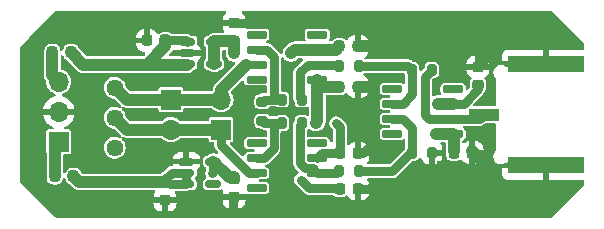
<source format=gbr>
%TF.GenerationSoftware,KiCad,Pcbnew,8.0.1*%
%TF.CreationDate,2024-10-18T10:30:41+02:00*%
%TF.ProjectId,Curmea,4375726d-6561-42e6-9b69-6361645f7063,rev?*%
%TF.SameCoordinates,Original*%
%TF.FileFunction,Copper,L1,Top*%
%TF.FilePolarity,Positive*%
%FSLAX46Y46*%
G04 Gerber Fmt 4.6, Leading zero omitted, Abs format (unit mm)*
G04 Created by KiCad (PCBNEW 8.0.1) date 2024-10-18 10:30:41*
%MOMM*%
%LPD*%
G01*
G04 APERTURE LIST*
G04 Aperture macros list*
%AMRoundRect*
0 Rectangle with rounded corners*
0 $1 Rounding radius*
0 $2 $3 $4 $5 $6 $7 $8 $9 X,Y pos of 4 corners*
0 Add a 4 corners polygon primitive as box body*
4,1,4,$2,$3,$4,$5,$6,$7,$8,$9,$2,$3,0*
0 Add four circle primitives for the rounded corners*
1,1,$1+$1,$2,$3*
1,1,$1+$1,$4,$5*
1,1,$1+$1,$6,$7*
1,1,$1+$1,$8,$9*
0 Add four rect primitives between the rounded corners*
20,1,$1+$1,$2,$3,$4,$5,0*
20,1,$1+$1,$4,$5,$6,$7,0*
20,1,$1+$1,$6,$7,$8,$9,0*
20,1,$1+$1,$8,$9,$2,$3,0*%
G04 Aperture macros list end*
%TA.AperFunction,SMDPad,CuDef*%
%ADD10RoundRect,0.150000X-0.512500X-0.150000X0.512500X-0.150000X0.512500X0.150000X-0.512500X0.150000X0*%
%TD*%
%TA.AperFunction,ComponentPad*%
%ADD11R,1.700000X1.700000*%
%TD*%
%TA.AperFunction,ComponentPad*%
%ADD12O,1.700000X1.700000*%
%TD*%
%TA.AperFunction,ComponentPad*%
%ADD13C,1.440000*%
%TD*%
%TA.AperFunction,SMDPad,CuDef*%
%ADD14RoundRect,0.200000X-0.275000X0.200000X-0.275000X-0.200000X0.275000X-0.200000X0.275000X0.200000X0*%
%TD*%
%TA.AperFunction,SMDPad,CuDef*%
%ADD15RoundRect,0.225000X0.250000X-0.225000X0.250000X0.225000X-0.250000X0.225000X-0.250000X-0.225000X0*%
%TD*%
%TA.AperFunction,SMDPad,CuDef*%
%ADD16RoundRect,0.200000X-0.200000X-0.275000X0.200000X-0.275000X0.200000X0.275000X-0.200000X0.275000X0*%
%TD*%
%TA.AperFunction,SMDPad,CuDef*%
%ADD17RoundRect,0.200000X0.200000X0.275000X-0.200000X0.275000X-0.200000X-0.275000X0.200000X-0.275000X0*%
%TD*%
%TA.AperFunction,SMDPad,CuDef*%
%ADD18RoundRect,0.225000X-0.250000X0.225000X-0.250000X-0.225000X0.250000X-0.225000X0.250000X0.225000X0*%
%TD*%
%TA.AperFunction,SMDPad,CuDef*%
%ADD19RoundRect,0.150000X-0.725000X-0.150000X0.725000X-0.150000X0.725000X0.150000X-0.725000X0.150000X0*%
%TD*%
%TA.AperFunction,SMDPad,CuDef*%
%ADD20RoundRect,0.225000X0.225000X0.250000X-0.225000X0.250000X-0.225000X-0.250000X0.225000X-0.250000X0*%
%TD*%
%TA.AperFunction,SMDPad,CuDef*%
%ADD21R,2.500000X1.000000*%
%TD*%
%TA.AperFunction,SMDPad,CuDef*%
%ADD22R,6.400000X1.440000*%
%TD*%
%TA.AperFunction,SMDPad,CuDef*%
%ADD23RoundRect,0.218750X0.218750X0.256250X-0.218750X0.256250X-0.218750X-0.256250X0.218750X-0.256250X0*%
%TD*%
%TA.AperFunction,SMDPad,CuDef*%
%ADD24RoundRect,0.225000X-0.225000X-0.250000X0.225000X-0.250000X0.225000X0.250000X-0.225000X0.250000X0*%
%TD*%
%TA.AperFunction,SMDPad,CuDef*%
%ADD25RoundRect,0.218750X-0.218750X-0.256250X0.218750X-0.256250X0.218750X0.256250X-0.218750X0.256250X0*%
%TD*%
%TA.AperFunction,ViaPad*%
%ADD26C,0.600000*%
%TD*%
%TA.AperFunction,Conductor*%
%ADD27C,1.000000*%
%TD*%
%TA.AperFunction,Conductor*%
%ADD28C,0.750000*%
%TD*%
%TA.AperFunction,Conductor*%
%ADD29C,0.200000*%
%TD*%
G04 APERTURE END LIST*
D10*
%TO.P,U6,1,GND*%
%TO.N,GND*%
X128062500Y-82750000D03*
%TO.P,U6,2,VIN*%
%TO.N,Net-(D1-A)*%
X128062500Y-83700000D03*
%TO.P,U6,3,EN*%
X128062500Y-84650000D03*
%TO.P,U6,4,NC*%
%TO.N,unconnected-(U6-NC-Pad4)*%
X130337500Y-84650000D03*
%TO.P,U6,5,VOUT*%
%TO.N,-2V5*%
X130337500Y-82750000D03*
%TD*%
D11*
%TO.P,J3,1,Pin_1*%
%TO.N,/IN+*%
X131000000Y-80040000D03*
D12*
%TO.P,J3,2,Pin_2*%
%TO.N,/IN-*%
X131000000Y-77500000D03*
%TD*%
D13*
%TO.P,RV1,1,1*%
%TO.N,/IN-*%
X122000000Y-76500000D03*
%TO.P,RV1,2,2*%
%TO.N,/IN+*%
X122000000Y-79040000D03*
%TO.P,RV1,3,3*%
%TO.N,unconnected-(RV1-Pad3)*%
X122000000Y-81580000D03*
%TD*%
D14*
%TO.P,R1,1*%
%TO.N,Net-(U2--)*%
X134500000Y-77675000D03*
%TO.P,R1,2*%
%TO.N,Net-(U1--)*%
X134500000Y-79325000D03*
%TD*%
D15*
%TO.P,C5,1*%
%TO.N,+2V5*%
X152750000Y-76275000D03*
%TO.P,C5,2*%
%TO.N,GND*%
X152750000Y-74725000D03*
%TD*%
D16*
%TO.P,R2,1*%
%TO.N,Net-(U1--)*%
X136175000Y-79500000D03*
%TO.P,R2,2*%
%TO.N,Net-(R2-Pad2)*%
X137825000Y-79500000D03*
%TD*%
D17*
%TO.P,R5,1*%
%TO.N,Net-(U3--)*%
X142647871Y-74676175D03*
%TO.P,R5,2*%
%TO.N,Net-(R3-Pad1)*%
X140997871Y-74676175D03*
%TD*%
%TO.P,R3,1*%
%TO.N,Net-(R3-Pad1)*%
X137825000Y-77500000D03*
%TO.P,R3,2*%
%TO.N,Net-(U2--)*%
X136175000Y-77500000D03*
%TD*%
D11*
%TO.P,JP1,1,A*%
%TO.N,/IN-*%
X126750000Y-77500000D03*
D12*
%TO.P,JP1,2,B*%
%TO.N,/IN+*%
X126750000Y-80040000D03*
%TD*%
D18*
%TO.P,C10,1*%
%TO.N,Net-(D1-A)*%
X126250000Y-84475000D03*
%TO.P,C10,2*%
%TO.N,GND*%
X126250000Y-86025000D03*
%TD*%
D19*
%TO.P,U3,1,NC*%
%TO.N,unconnected-(U3-NC-Pad1)*%
X145500000Y-76595000D03*
%TO.P,U3,2,-*%
%TO.N,Net-(U3--)*%
X145500000Y-77865000D03*
%TO.P,U3,3,+*%
%TO.N,Net-(U3-+)*%
X145500000Y-79135000D03*
%TO.P,U3,4,NC*%
%TO.N,unconnected-(U3-NC-Pad4)*%
X145500000Y-80405000D03*
%TO.P,U3,5,V-*%
%TO.N,-2V5*%
X150650000Y-80405000D03*
%TO.P,U3,6*%
%TO.N,/OUT*%
X150650000Y-79135000D03*
%TO.P,U3,7,V+*%
%TO.N,+2V5*%
X150650000Y-77865000D03*
%TO.P,U3,8,~{SHDN}*%
%TO.N,unconnected-(U3-~{SHDN}-Pad8)*%
X150650000Y-76595000D03*
%TD*%
D16*
%TO.P,R4,1*%
%TO.N,Net-(R2-Pad2)*%
X140997184Y-83568246D03*
%TO.P,R4,2*%
%TO.N,Net-(U3-+)*%
X142647184Y-83568246D03*
%TD*%
D20*
%TO.P,C1,1*%
%TO.N,GND*%
X142575000Y-73000000D03*
%TO.P,C1,2*%
%TO.N,+2V5*%
X141025000Y-73000000D03*
%TD*%
D19*
%TO.P,U2,1,NC*%
%TO.N,unconnected-(U2-NC-Pad1)*%
X134000000Y-72000000D03*
%TO.P,U2,2,-*%
%TO.N,Net-(U2--)*%
X134000000Y-73270000D03*
%TO.P,U2,3,+*%
%TO.N,/IN-*%
X134000000Y-74540000D03*
%TO.P,U2,4,NC*%
%TO.N,unconnected-(U2-NC-Pad4)*%
X134000000Y-75810000D03*
%TO.P,U2,5,V-*%
%TO.N,-2V5*%
X139150000Y-75810000D03*
%TO.P,U2,6*%
%TO.N,Net-(R3-Pad1)*%
X139150000Y-74540000D03*
%TO.P,U2,7,V+*%
%TO.N,+2V5*%
X139150000Y-73270000D03*
%TO.P,U2,8,~{SHDN}*%
%TO.N,unconnected-(U2-~{SHDN}-Pad8)*%
X139150000Y-72000000D03*
%TD*%
D16*
%TO.P,R6,1*%
%TO.N,Net-(U3--)*%
X147175000Y-75000000D03*
%TO.P,R6,2*%
%TO.N,/OUT*%
X148825000Y-75000000D03*
%TD*%
D20*
%TO.P,C4,1*%
%TO.N,GND*%
X142597184Y-82068246D03*
%TO.P,C4,2*%
%TO.N,+2V5*%
X141047184Y-82068246D03*
%TD*%
D21*
%TO.P,J1,1,In*%
%TO.N,/OUT*%
X153250000Y-78780000D03*
D22*
%TO.P,J1,2,Ext*%
%TO.N,GND*%
X158500000Y-83060000D03*
X158500000Y-74500000D03*
%TD*%
D11*
%TO.P,J5,1,Pin_1*%
%TO.N,Net-(D1-K)*%
X117250000Y-81080000D03*
D12*
%TO.P,J5,2,Pin_2*%
%TO.N,GND*%
X117250000Y-78540000D03*
%TO.P,J5,3,Pin_3*%
%TO.N,Net-(D2-A)*%
X117250000Y-76000000D03*
%TD*%
D23*
%TO.P,D2,1,K*%
%TO.N,Net-(D2-K)*%
X118287500Y-73500000D03*
%TO.P,D2,2,A*%
%TO.N,Net-(D2-A)*%
X116712500Y-73500000D03*
%TD*%
D24*
%TO.P,C6,1*%
%TO.N,-2V5*%
X150725000Y-82000000D03*
%TO.P,C6,2*%
%TO.N,GND*%
X152275000Y-82000000D03*
%TD*%
D10*
%TO.P,U7,1,VIN*%
%TO.N,Net-(D2-K)*%
X128125000Y-72600000D03*
%TO.P,U7,2,GND*%
%TO.N,GND*%
X128125000Y-73550000D03*
%TO.P,U7,3,EN*%
%TO.N,Net-(D2-K)*%
X128125000Y-74500000D03*
%TO.P,U7,4,SENSE/ADJ*%
%TO.N,+2V5*%
X130400000Y-74500000D03*
%TO.P,U7,5,VOUT*%
X130400000Y-72600000D03*
%TD*%
D20*
%TO.P,C3,1*%
%TO.N,GND*%
X142597184Y-85068246D03*
%TO.P,C3,2*%
%TO.N,-2V5*%
X141047184Y-85068246D03*
%TD*%
D19*
%TO.P,U1,1,NC*%
%TO.N,unconnected-(U1-NC-Pad1)*%
X134000000Y-81190000D03*
%TO.P,U1,2,-*%
%TO.N,Net-(U1--)*%
X134000000Y-82460000D03*
%TO.P,U1,3,+*%
%TO.N,/IN+*%
X134000000Y-83730000D03*
%TO.P,U1,4,NC*%
%TO.N,unconnected-(U1-NC-Pad4)*%
X134000000Y-85000000D03*
%TO.P,U1,5,V-*%
%TO.N,-2V5*%
X139150000Y-85000000D03*
%TO.P,U1,6*%
%TO.N,Net-(R2-Pad2)*%
X139150000Y-83730000D03*
%TO.P,U1,7,V+*%
%TO.N,+2V5*%
X139150000Y-82460000D03*
%TO.P,U1,8,~{SHDN}*%
%TO.N,unconnected-(U1-~{SHDN}-Pad8)*%
X139150000Y-81190000D03*
%TD*%
D20*
%TO.P,C2,1*%
%TO.N,GND*%
X142575000Y-76400000D03*
%TO.P,C2,2*%
%TO.N,-2V5*%
X141025000Y-76400000D03*
%TD*%
D18*
%TO.P,C7,1*%
%TO.N,-2V5*%
X132100000Y-84225000D03*
%TO.P,C7,2*%
%TO.N,GND*%
X132100000Y-85775000D03*
%TD*%
D25*
%TO.P,D1,1,K*%
%TO.N,Net-(D1-K)*%
X116925000Y-84000000D03*
%TO.P,D1,2,A*%
%TO.N,Net-(D1-A)*%
X118500000Y-84000000D03*
%TD*%
D16*
%TO.P,R7,1*%
%TO.N,Net-(U3-+)*%
X147175000Y-82000000D03*
%TO.P,R7,2*%
%TO.N,GND*%
X148825000Y-82000000D03*
%TD*%
D18*
%TO.P,C8,1*%
%TO.N,GND*%
X132100000Y-71025000D03*
%TO.P,C8,2*%
%TO.N,+2V5*%
X132100000Y-72575000D03*
%TD*%
D24*
%TO.P,C9,1*%
%TO.N,GND*%
X124725000Y-72500000D03*
%TO.P,C9,2*%
%TO.N,Net-(D2-K)*%
X126275000Y-72500000D03*
%TD*%
D26*
%TO.N,GND*%
X149500000Y-83000000D03*
X123000000Y-71500000D03*
X120500000Y-81500000D03*
X135500000Y-70500000D03*
X136750080Y-80737321D03*
X129500000Y-70500000D03*
X127500000Y-87000000D03*
X133309020Y-79758839D03*
X153500000Y-81000000D03*
X158000000Y-72500000D03*
X143550000Y-81500000D03*
X156500000Y-85000000D03*
X143500763Y-86079765D03*
X119000000Y-77000000D03*
X143530000Y-85000000D03*
X123000000Y-72500000D03*
X120500000Y-79000000D03*
X152000000Y-73500000D03*
X119000000Y-80000000D03*
X132000000Y-86750000D03*
X143000000Y-80000000D03*
X128000000Y-86500000D03*
X124000000Y-71000000D03*
X143561323Y-76400000D03*
X136763746Y-76054803D03*
X124500000Y-86500000D03*
X153250000Y-73750000D03*
X156500000Y-72500000D03*
X125000000Y-87000000D03*
X152500000Y-80500000D03*
X151500000Y-75000000D03*
X158000000Y-85000000D03*
X159500000Y-85000000D03*
X133000000Y-71000000D03*
X140300083Y-86158004D03*
X123500000Y-76000000D03*
X159500000Y-72500000D03*
X123500000Y-73500000D03*
X133273404Y-77230122D03*
X153250000Y-82750000D03*
X120500000Y-76500000D03*
X123500000Y-83000000D03*
X143520000Y-73000000D03*
%TO.N,+2V5*%
X149340000Y-77840000D03*
X136900000Y-73600000D03*
X140750000Y-79500000D03*
X132100000Y-73600000D03*
%TO.N,-2V5*%
X149200000Y-80400000D03*
X137750000Y-84300000D03*
X139000000Y-79500000D03*
X130250000Y-83750000D03*
%TD*%
D27*
%TO.N,GND*%
X143561323Y-76400000D02*
X142575000Y-76400000D01*
D28*
X132975000Y-71025000D02*
X133000000Y-71000000D01*
X153250000Y-74225000D02*
X152750000Y-74725000D01*
X132100000Y-71025000D02*
X132975000Y-71025000D01*
D27*
X153250000Y-82750000D02*
X153162715Y-82750000D01*
D28*
X143461754Y-85068246D02*
X143530000Y-85000000D01*
D27*
X143561323Y-76405620D02*
X143561323Y-76400000D01*
D28*
X142597184Y-85068246D02*
X143461754Y-85068246D01*
D27*
X153162715Y-82750000D02*
X152275000Y-81862285D01*
D28*
X153250000Y-73750000D02*
X153250000Y-74225000D01*
X142981754Y-82068246D02*
X143550000Y-81500000D01*
X132000000Y-86000000D02*
X132000000Y-86750000D01*
D27*
X143520000Y-73000000D02*
X142575000Y-73000000D01*
D28*
X132100000Y-85900000D02*
X132000000Y-86000000D01*
X142597184Y-82068246D02*
X142981754Y-82068246D01*
D27*
%TO.N,+2V5*%
X136900000Y-73600000D02*
X137230000Y-73270000D01*
X132100000Y-72575000D02*
X132100000Y-73600000D01*
X139150000Y-73270000D02*
X140755000Y-73270000D01*
D28*
X152750000Y-76275000D02*
X152750000Y-76639999D01*
D27*
X130400000Y-74500000D02*
X130400000Y-72600000D01*
D28*
X152750000Y-76639999D02*
X151524999Y-77865000D01*
D27*
X140755000Y-73270000D02*
X141025000Y-73000000D01*
D28*
X139541754Y-82068246D02*
X139150000Y-82460000D01*
D27*
X132100000Y-72575000D02*
X130425000Y-72575000D01*
D28*
X141047184Y-79797184D02*
X140750000Y-79500000D01*
X151524999Y-77865000D02*
X150650000Y-77865000D01*
D27*
X137230000Y-73270000D02*
X139150000Y-73270000D01*
D28*
X141047184Y-82068246D02*
X139541754Y-82068246D01*
X141047184Y-82068246D02*
X141047184Y-79797184D01*
D27*
X130425000Y-72575000D02*
X130400000Y-72600000D01*
X150650000Y-77840000D02*
X149340000Y-77840000D01*
%TO.N,-2V5*%
X131687500Y-84100000D02*
X132100000Y-84100000D01*
D28*
X140978938Y-85000000D02*
X141047184Y-85068246D01*
D27*
X139150000Y-79350000D02*
X139000000Y-79500000D01*
X150725000Y-81862285D02*
X150725000Y-80480000D01*
D28*
X138450000Y-85000000D02*
X137750000Y-84300000D01*
D27*
X139740000Y-76400000D02*
X139150000Y-75810000D01*
X139150000Y-75810000D02*
X139150000Y-79350000D01*
D28*
X139150000Y-85000000D02*
X140978938Y-85000000D01*
D27*
X149200000Y-80400000D02*
X150560000Y-80400000D01*
D28*
X139150000Y-85000000D02*
X138450000Y-85000000D01*
X130337500Y-83662500D02*
X130250000Y-83750000D01*
D27*
X130337500Y-82750000D02*
X131687500Y-84100000D01*
X150725000Y-80480000D02*
X150650000Y-80405000D01*
X141025000Y-76400000D02*
X139740000Y-76400000D01*
D28*
X130337500Y-82750000D02*
X130337500Y-83662500D01*
D27*
%TO.N,/IN-*%
X122000000Y-76500000D02*
X123000000Y-77500000D01*
X131000000Y-76665001D02*
X133125001Y-74540000D01*
X126750000Y-77500000D02*
X131000000Y-77500000D01*
X131000000Y-77500000D02*
X131000000Y-76665001D01*
X123000000Y-77500000D02*
X126750000Y-77500000D01*
%TO.N,/IN+*%
X123000000Y-80040000D02*
X122000000Y-79040000D01*
X126750000Y-80040000D02*
X123000000Y-80040000D01*
X131000000Y-80040000D02*
X126750000Y-80040000D01*
D28*
X133365540Y-83730000D02*
X134000000Y-83730000D01*
X131000000Y-81364460D02*
X133365540Y-83730000D01*
X131000000Y-79940000D02*
X131000000Y-81364460D01*
D29*
%TO.N,/OUT*%
X148510000Y-75000000D02*
X148500000Y-75010000D01*
D28*
X148265000Y-78835280D02*
X148564720Y-79135000D01*
X153250000Y-78780000D02*
X152895000Y-79135000D01*
X148564720Y-79135000D02*
X150650000Y-79135000D01*
X152895000Y-79135000D02*
X150650000Y-79135000D01*
X148265000Y-75560000D02*
X148265000Y-78835280D01*
X148825000Y-75000000D02*
X148265000Y-75560000D01*
%TO.N,Net-(U2--)*%
X136175000Y-77500000D02*
X135500000Y-77500000D01*
X134675000Y-77500000D02*
X134500000Y-77675000D01*
X134874999Y-73270000D02*
X135500000Y-73895001D01*
X135500000Y-77500000D02*
X134675000Y-77500000D01*
X134000000Y-73270000D02*
X134874999Y-73270000D01*
X135500000Y-73895001D02*
X135500000Y-77500000D01*
%TO.N,Net-(U1--)*%
X134675000Y-79500000D02*
X134500000Y-79325000D01*
X136175000Y-79500000D02*
X134675000Y-79500000D01*
X135450000Y-81644460D02*
X134634460Y-82460000D01*
X134634460Y-82460000D02*
X134000000Y-82460000D01*
X135450000Y-79500000D02*
X135450000Y-81644460D01*
%TO.N,Net-(R2-Pad2)*%
X140835430Y-83730000D02*
X140997184Y-83568246D01*
X138120540Y-83335000D02*
X138755000Y-83335000D01*
X137700000Y-82914460D02*
X138120540Y-83335000D01*
X138755000Y-83335000D02*
X139150000Y-83730000D01*
X137825000Y-79500000D02*
X137700000Y-79625000D01*
X139150000Y-83730000D02*
X140835430Y-83730000D01*
X137700000Y-79625000D02*
X137700000Y-82914460D01*
%TO.N,Net-(R3-Pad1)*%
X139150000Y-74540000D02*
X140861696Y-74540000D01*
X137700000Y-77375000D02*
X137700000Y-75200000D01*
X138360000Y-74540000D02*
X139150000Y-74540000D01*
X137700000Y-75200000D02*
X138360000Y-74540000D01*
X137825000Y-77500000D02*
X137700000Y-77375000D01*
X140861696Y-74540000D02*
X140997871Y-74676175D01*
%TO.N,Net-(U3-+)*%
X146374999Y-79135000D02*
X147175000Y-79935001D01*
X145500000Y-79135000D02*
X146374999Y-79135000D01*
X147175000Y-79935001D02*
X147175000Y-81900000D01*
X142647184Y-83568246D02*
X145506754Y-83568246D01*
D29*
X145500000Y-79040000D02*
X146374999Y-79040000D01*
D28*
X145506754Y-83568246D02*
X147175000Y-81900000D01*
%TO.N,Net-(U3--)*%
X147175000Y-75000000D02*
X147175000Y-77064999D01*
X142647871Y-74676175D02*
X146851175Y-74676175D01*
X147175000Y-77064999D02*
X146374999Y-77865000D01*
X146374999Y-77865000D02*
X145500000Y-77865000D01*
D29*
X145500000Y-77770000D02*
X146230000Y-77770000D01*
D28*
X146851175Y-74676175D02*
X147175000Y-75000000D01*
D27*
%TO.N,Net-(D2-K)*%
X126275000Y-72975000D02*
X124700000Y-74550000D01*
D28*
X128025000Y-72500000D02*
X128125000Y-72600000D01*
D27*
X124700000Y-74550000D02*
X119337500Y-74550000D01*
X119337500Y-74550000D02*
X118287500Y-73500000D01*
X124700000Y-74550000D02*
X128125000Y-74550000D01*
X126275000Y-72500000D02*
X126275000Y-72975000D01*
D28*
X126275000Y-72500000D02*
X128025000Y-72500000D01*
%TO.N,Net-(D1-A)*%
X126275000Y-84250000D02*
X126275000Y-84187394D01*
D27*
X126250000Y-84475000D02*
X118975000Y-84475000D01*
D28*
X126825000Y-83700000D02*
X126275000Y-84250000D01*
X128062500Y-84650000D02*
X128062500Y-83700000D01*
D27*
X118975000Y-84475000D02*
X118500000Y-84000000D01*
D28*
X126675000Y-84650000D02*
X126275000Y-84250000D01*
X128062500Y-84650000D02*
X126675000Y-84650000D01*
X128062500Y-83700000D02*
X126825000Y-83700000D01*
D27*
%TO.N,Net-(D1-K)*%
X116925000Y-81405000D02*
X117250000Y-81080000D01*
X116925000Y-84000000D02*
X116925000Y-81405000D01*
%TO.N,Net-(D2-A)*%
X116712500Y-73500000D02*
X116712500Y-75462500D01*
X116712500Y-75462500D02*
X117250000Y-76000000D01*
%TD*%
%TA.AperFunction,Conductor*%
%TO.N,GND*%
G36*
X131394976Y-70020185D02*
G01*
X131440731Y-70072989D01*
X131450675Y-70142147D01*
X131421650Y-70205703D01*
X131402307Y-70222152D01*
X131402935Y-70222946D01*
X131397267Y-70227427D01*
X131277427Y-70347267D01*
X131277424Y-70347271D01*
X131188457Y-70491507D01*
X131188452Y-70491518D01*
X131135144Y-70652393D01*
X131125000Y-70751677D01*
X131125000Y-70775000D01*
X133074999Y-70775000D01*
X133074999Y-70751692D01*
X133074998Y-70751677D01*
X133064855Y-70652392D01*
X133011547Y-70491518D01*
X133011542Y-70491507D01*
X132922575Y-70347271D01*
X132922572Y-70347267D01*
X132802732Y-70227427D01*
X132797065Y-70222946D01*
X132798712Y-70220862D01*
X132760241Y-70178089D01*
X132749020Y-70109126D01*
X132776864Y-70045044D01*
X132834934Y-70006189D01*
X132872063Y-70000500D01*
X158949138Y-70000500D01*
X159016177Y-70020185D01*
X159036819Y-70036819D01*
X161713181Y-72713181D01*
X161746666Y-72774504D01*
X161749500Y-72800862D01*
X161749500Y-73156000D01*
X161729815Y-73223039D01*
X161677011Y-73268794D01*
X161625500Y-73280000D01*
X158750000Y-73280000D01*
X158750000Y-74625500D01*
X158730315Y-74692539D01*
X158677511Y-74738294D01*
X158626000Y-74749500D01*
X155200808Y-74749500D01*
X155133769Y-74729815D01*
X155119561Y-74718366D01*
X155119379Y-74718589D01*
X155114668Y-74714723D01*
X155008133Y-74643538D01*
X155008124Y-74643533D01*
X154889744Y-74594499D01*
X154889738Y-74594497D01*
X154764071Y-74569500D01*
X154764069Y-74569500D01*
X154635931Y-74569500D01*
X154635929Y-74569500D01*
X154510261Y-74594497D01*
X154510255Y-74594499D01*
X154391875Y-74643533D01*
X154391866Y-74643538D01*
X154285331Y-74714723D01*
X154285327Y-74714726D01*
X154194726Y-74805327D01*
X154194723Y-74805331D01*
X154123538Y-74911866D01*
X154123533Y-74911875D01*
X154074499Y-75030255D01*
X154074497Y-75030261D01*
X154049500Y-75155928D01*
X154049500Y-75155931D01*
X154049500Y-75284069D01*
X154049500Y-75284071D01*
X154049499Y-75284071D01*
X154074497Y-75409738D01*
X154074499Y-75409744D01*
X154123533Y-75528124D01*
X154123538Y-75528133D01*
X154194723Y-75634668D01*
X154194725Y-75634671D01*
X154213179Y-75653124D01*
X154246666Y-75714446D01*
X154249500Y-75740807D01*
X154249500Y-77955500D01*
X154229815Y-78022539D01*
X154177011Y-78068294D01*
X154125500Y-78079500D01*
X152423741Y-78079500D01*
X152356702Y-78059815D01*
X152310947Y-78007011D01*
X152301003Y-77937853D01*
X152330028Y-77874297D01*
X152336060Y-77867819D01*
X152760404Y-77443475D01*
X153210515Y-76993364D01*
X153286281Y-76862134D01*
X153294763Y-76830476D01*
X153326854Y-76774892D01*
X153348528Y-76753220D01*
X153409719Y-76633126D01*
X153410175Y-76630247D01*
X153425500Y-76533493D01*
X153425500Y-76016506D01*
X153409720Y-75916878D01*
X153409719Y-75916876D01*
X153409719Y-75916874D01*
X153348528Y-75796780D01*
X153348526Y-75796778D01*
X153348523Y-75796774D01*
X153329575Y-75777826D01*
X153296090Y-75716503D01*
X153301074Y-75646811D01*
X153342946Y-75590878D01*
X153352160Y-75584606D01*
X153452731Y-75522573D01*
X153572572Y-75402732D01*
X153572575Y-75402728D01*
X153661542Y-75258492D01*
X153661547Y-75258481D01*
X153714855Y-75097606D01*
X153724999Y-74998322D01*
X153725000Y-74998309D01*
X153725000Y-74975000D01*
X151775001Y-74975000D01*
X151775001Y-74998322D01*
X151785144Y-75097607D01*
X151838452Y-75258481D01*
X151838457Y-75258492D01*
X151927424Y-75402728D01*
X151927427Y-75402732D01*
X152047266Y-75522571D01*
X152147840Y-75584606D01*
X152194564Y-75636554D01*
X152205787Y-75705517D01*
X152177943Y-75769599D01*
X152170426Y-75777825D01*
X152151473Y-75796778D01*
X152090279Y-75916878D01*
X152074500Y-76016506D01*
X152074500Y-76450256D01*
X152054815Y-76517295D01*
X152038181Y-76537937D01*
X151937181Y-76638937D01*
X151875858Y-76672422D01*
X151806166Y-76667438D01*
X151750233Y-76625566D01*
X151725816Y-76560102D01*
X151725500Y-76551256D01*
X151725500Y-76411739D01*
X151715573Y-76343608D01*
X151710480Y-76333190D01*
X151664198Y-76238517D01*
X151664196Y-76238515D01*
X151664196Y-76238514D01*
X151581485Y-76155803D01*
X151476391Y-76104426D01*
X151408261Y-76094500D01*
X151408260Y-76094500D01*
X149891740Y-76094500D01*
X149891739Y-76094500D01*
X149823608Y-76104426D01*
X149718514Y-76155803D01*
X149635803Y-76238514D01*
X149584426Y-76343608D01*
X149574500Y-76411739D01*
X149574500Y-76778260D01*
X149584426Y-76846391D01*
X149640315Y-76960714D01*
X149636675Y-76962493D01*
X149652996Y-77009384D01*
X149636642Y-77077313D01*
X149586159Y-77125617D01*
X149529147Y-77139500D01*
X149271005Y-77139500D01*
X149135677Y-77166418D01*
X149135667Y-77166421D01*
X149011952Y-77217665D01*
X148942482Y-77225134D01*
X148880003Y-77193858D01*
X148844352Y-77133769D01*
X148840500Y-77103104D01*
X148840500Y-75849742D01*
X148860185Y-75782703D01*
X148876819Y-75762061D01*
X148927062Y-75711818D01*
X148988385Y-75678333D01*
X149014743Y-75675499D01*
X149056517Y-75675499D01*
X149056518Y-75675499D01*
X149150304Y-75660646D01*
X149263342Y-75603050D01*
X149353050Y-75513342D01*
X149410646Y-75400304D01*
X149410646Y-75400302D01*
X149410647Y-75400301D01*
X149422705Y-75324164D01*
X149425500Y-75306519D01*
X149425499Y-74693482D01*
X149410646Y-74599696D01*
X149353050Y-74486658D01*
X149353046Y-74486654D01*
X149353045Y-74486652D01*
X149341393Y-74475000D01*
X151775000Y-74475000D01*
X152500000Y-74475000D01*
X152500000Y-73775000D01*
X153000000Y-73775000D01*
X153000000Y-74475000D01*
X153724999Y-74475000D01*
X153724999Y-74451692D01*
X153724998Y-74451677D01*
X153714855Y-74352392D01*
X153680926Y-74250000D01*
X154800000Y-74250000D01*
X158250000Y-74250000D01*
X158250000Y-73280000D01*
X155252155Y-73280000D01*
X155192627Y-73286401D01*
X155192620Y-73286403D01*
X155057913Y-73336645D01*
X155057906Y-73336649D01*
X154942812Y-73422809D01*
X154942809Y-73422812D01*
X154856649Y-73537906D01*
X154856645Y-73537913D01*
X154806403Y-73672620D01*
X154806401Y-73672627D01*
X154800000Y-73732155D01*
X154800000Y-74250000D01*
X153680926Y-74250000D01*
X153661547Y-74191518D01*
X153661542Y-74191507D01*
X153572575Y-74047271D01*
X153572572Y-74047267D01*
X153452732Y-73927427D01*
X153452728Y-73927424D01*
X153308492Y-73838457D01*
X153308481Y-73838452D01*
X153147606Y-73785144D01*
X153048322Y-73775000D01*
X153000000Y-73775000D01*
X152500000Y-73775000D01*
X152499999Y-73774999D01*
X152451693Y-73775000D01*
X152451675Y-73775001D01*
X152352392Y-73785144D01*
X152191518Y-73838452D01*
X152191507Y-73838457D01*
X152047271Y-73927424D01*
X152047267Y-73927427D01*
X151927427Y-74047267D01*
X151927424Y-74047271D01*
X151838457Y-74191507D01*
X151838452Y-74191518D01*
X151785144Y-74352393D01*
X151775000Y-74451677D01*
X151775000Y-74475000D01*
X149341393Y-74475000D01*
X149263347Y-74396954D01*
X149263344Y-74396952D01*
X149263342Y-74396950D01*
X149186517Y-74357805D01*
X149150301Y-74339352D01*
X149056524Y-74324500D01*
X148593482Y-74324500D01*
X148512519Y-74337323D01*
X148499696Y-74339354D01*
X148386658Y-74396950D01*
X148386657Y-74396951D01*
X148386652Y-74396954D01*
X148296954Y-74486652D01*
X148296951Y-74486657D01*
X148239352Y-74599698D01*
X148224500Y-74693475D01*
X148224500Y-74735257D01*
X148204815Y-74802296D01*
X148188181Y-74822938D01*
X147987180Y-75023939D01*
X147925857Y-75057424D01*
X147856165Y-75052440D01*
X147800232Y-75010568D01*
X147775815Y-74945104D01*
X147775499Y-74936258D01*
X147775499Y-74693482D01*
X147767589Y-74643538D01*
X147760646Y-74599696D01*
X147703050Y-74486658D01*
X147703046Y-74486654D01*
X147703045Y-74486652D01*
X147613347Y-74396954D01*
X147613344Y-74396952D01*
X147613342Y-74396950D01*
X147536517Y-74357805D01*
X147500301Y-74339352D01*
X147406524Y-74324500D01*
X147406519Y-74324500D01*
X147364742Y-74324500D01*
X147297703Y-74304815D01*
X147277061Y-74288181D01*
X147204542Y-74215662D01*
X147204540Y-74215660D01*
X147135333Y-74175703D01*
X147073311Y-74139894D01*
X147000125Y-74120284D01*
X146926941Y-74100675D01*
X146926940Y-74100675D01*
X143239096Y-74100675D01*
X143172057Y-74080990D01*
X143126302Y-74028186D01*
X143116358Y-73959028D01*
X143145383Y-73895472D01*
X143173999Y-73871137D01*
X143252728Y-73822575D01*
X143252732Y-73822572D01*
X143372572Y-73702732D01*
X143372575Y-73702728D01*
X143461542Y-73558492D01*
X143461547Y-73558481D01*
X143514855Y-73397606D01*
X143524999Y-73298322D01*
X143525000Y-73298309D01*
X143525000Y-73250000D01*
X142449000Y-73250000D01*
X142381961Y-73230315D01*
X142336206Y-73177511D01*
X142325000Y-73126000D01*
X142325000Y-72025000D01*
X142825000Y-72025000D01*
X142825000Y-72750000D01*
X143524999Y-72750000D01*
X143524999Y-72701692D01*
X143524998Y-72701677D01*
X143514855Y-72602392D01*
X143461547Y-72441518D01*
X143461542Y-72441507D01*
X143372575Y-72297271D01*
X143372572Y-72297267D01*
X143252732Y-72177427D01*
X143252728Y-72177424D01*
X143108492Y-72088457D01*
X143108481Y-72088452D01*
X142947606Y-72035144D01*
X142848322Y-72025000D01*
X142825000Y-72025000D01*
X142325000Y-72025000D01*
X142325000Y-72024999D01*
X142301693Y-72025000D01*
X142301674Y-72025001D01*
X142202392Y-72035144D01*
X142041518Y-72088452D01*
X142041507Y-72088457D01*
X141897271Y-72177424D01*
X141897267Y-72177427D01*
X141777426Y-72297268D01*
X141715392Y-72397841D01*
X141663444Y-72444565D01*
X141594481Y-72455786D01*
X141530399Y-72427943D01*
X141522173Y-72420424D01*
X141503225Y-72401476D01*
X141503221Y-72401473D01*
X141503220Y-72401472D01*
X141383126Y-72340281D01*
X141383124Y-72340280D01*
X141383121Y-72340279D01*
X141283493Y-72324500D01*
X141283488Y-72324500D01*
X141231888Y-72324500D01*
X141207697Y-72322117D01*
X141172506Y-72315117D01*
X141093996Y-72299500D01*
X141093994Y-72299500D01*
X140956006Y-72299500D01*
X140956004Y-72299500D01*
X140879995Y-72314619D01*
X140842303Y-72322117D01*
X140818113Y-72324500D01*
X140766507Y-72324500D01*
X140666878Y-72340279D01*
X140546778Y-72401473D01*
X140546774Y-72401476D01*
X140451476Y-72496774D01*
X140451469Y-72496784D01*
X140448915Y-72501797D01*
X140400940Y-72552592D01*
X140338432Y-72569500D01*
X140250544Y-72569500D01*
X140183505Y-72549815D01*
X140137750Y-72497011D01*
X140127806Y-72427853D01*
X140156831Y-72364297D01*
X140162863Y-72357819D01*
X140164196Y-72356485D01*
X140164198Y-72356483D01*
X140215573Y-72251393D01*
X140225500Y-72183260D01*
X140225500Y-71816740D01*
X140215573Y-71748607D01*
X140164198Y-71643517D01*
X140164196Y-71643515D01*
X140164196Y-71643514D01*
X140081485Y-71560803D01*
X139976391Y-71509426D01*
X139908261Y-71499500D01*
X139908260Y-71499500D01*
X138391740Y-71499500D01*
X138391739Y-71499500D01*
X138323608Y-71509426D01*
X138218514Y-71560803D01*
X138135803Y-71643514D01*
X138084426Y-71748608D01*
X138074500Y-71816739D01*
X138074500Y-72183260D01*
X138084426Y-72251391D01*
X138135803Y-72356485D01*
X138137137Y-72357819D01*
X138138378Y-72360092D01*
X138141773Y-72364847D01*
X138141198Y-72365257D01*
X138170622Y-72419142D01*
X138165638Y-72488834D01*
X138123766Y-72544767D01*
X138058302Y-72569184D01*
X138049456Y-72569500D01*
X137161003Y-72569500D01*
X137052590Y-72591065D01*
X137052589Y-72591065D01*
X137039131Y-72593742D01*
X137025673Y-72596419D01*
X137025671Y-72596420D01*
X136972866Y-72618292D01*
X136972864Y-72618293D01*
X136972863Y-72618292D01*
X136898191Y-72649223D01*
X136797489Y-72716511D01*
X136783461Y-72725884D01*
X136783454Y-72725889D01*
X136355888Y-73153453D01*
X136355887Y-73153454D01*
X136279222Y-73268192D01*
X136226421Y-73395667D01*
X136226419Y-73395676D01*
X136200962Y-73523650D01*
X136168576Y-73585560D01*
X136107860Y-73620134D01*
X136038091Y-73616393D01*
X135981419Y-73575526D01*
X135971960Y-73561460D01*
X135960515Y-73541636D01*
X135853365Y-73434486D01*
X135228364Y-72809485D01*
X135159108Y-72769500D01*
X135097135Y-72733719D01*
X134998588Y-72707314D01*
X134950765Y-72694500D01*
X134945234Y-72694500D01*
X134878195Y-72674815D01*
X134832440Y-72622011D01*
X134822496Y-72552853D01*
X134851521Y-72489297D01*
X134890773Y-72459099D01*
X134931483Y-72439198D01*
X135014198Y-72356483D01*
X135065573Y-72251393D01*
X135075500Y-72183260D01*
X135075500Y-71816740D01*
X135065573Y-71748607D01*
X135014198Y-71643517D01*
X135014196Y-71643515D01*
X135014196Y-71643514D01*
X134931485Y-71560803D01*
X134826391Y-71509426D01*
X134758261Y-71499500D01*
X134758260Y-71499500D01*
X133241740Y-71499500D01*
X133209015Y-71504267D01*
X133139839Y-71494453D01*
X133086950Y-71448797D01*
X133067140Y-71381795D01*
X133067782Y-71368959D01*
X133074999Y-71298319D01*
X133075000Y-71298309D01*
X133075000Y-71275000D01*
X131125001Y-71275000D01*
X131125001Y-71298322D01*
X131135144Y-71397607D01*
X131188452Y-71558481D01*
X131188457Y-71558492D01*
X131266738Y-71685403D01*
X131285179Y-71752795D01*
X131264257Y-71819458D01*
X131210615Y-71864228D01*
X131161200Y-71874500D01*
X130356003Y-71874500D01*
X130247590Y-71896065D01*
X130247589Y-71896065D01*
X130234131Y-71898742D01*
X130220673Y-71901419D01*
X130207074Y-71907052D01*
X130167866Y-71923292D01*
X130167864Y-71923293D01*
X130167863Y-71923292D01*
X130093191Y-71954223D01*
X130022480Y-72001472D01*
X129978458Y-72030886D01*
X129978453Y-72030890D01*
X129946161Y-72063182D01*
X129884837Y-72096667D01*
X129858481Y-72099500D01*
X129854239Y-72099500D01*
X129786108Y-72109426D01*
X129681014Y-72160803D01*
X129598303Y-72243514D01*
X129546926Y-72348608D01*
X129537000Y-72416739D01*
X129537000Y-72783260D01*
X129546926Y-72851391D01*
X129546927Y-72851393D01*
X129598302Y-72956483D01*
X129663182Y-73021363D01*
X129696666Y-73082684D01*
X129699500Y-73109043D01*
X129699500Y-73990956D01*
X129679815Y-74057995D01*
X129663181Y-74078637D01*
X129598303Y-74143514D01*
X129546926Y-74248608D01*
X129537000Y-74316739D01*
X129537000Y-74683260D01*
X129546926Y-74751391D01*
X129598303Y-74856485D01*
X129681014Y-74939196D01*
X129681015Y-74939196D01*
X129681017Y-74939198D01*
X129786107Y-74990573D01*
X129820081Y-74995523D01*
X129854239Y-75000500D01*
X129854240Y-75000500D01*
X129858481Y-75000500D01*
X129925520Y-75020185D01*
X129946162Y-75036819D01*
X129953454Y-75044111D01*
X129953458Y-75044114D01*
X130068182Y-75120771D01*
X130068195Y-75120778D01*
X130188907Y-75170778D01*
X130195672Y-75173580D01*
X130195676Y-75173580D01*
X130195677Y-75173581D01*
X130331004Y-75200500D01*
X130331007Y-75200500D01*
X130468995Y-75200500D01*
X130560041Y-75182389D01*
X130604328Y-75173580D01*
X130702924Y-75132740D01*
X130731804Y-75120778D01*
X130731804Y-75120777D01*
X130731811Y-75120775D01*
X130846542Y-75044114D01*
X130850156Y-75040500D01*
X130853838Y-75036819D01*
X130915161Y-75003334D01*
X130941519Y-75000500D01*
X130945761Y-75000500D01*
X130979919Y-74995523D01*
X131013893Y-74990573D01*
X131118983Y-74939198D01*
X131201698Y-74856483D01*
X131253073Y-74751393D01*
X131263000Y-74683260D01*
X131263000Y-74316740D01*
X131253073Y-74248607D01*
X131201698Y-74143517D01*
X131201696Y-74143515D01*
X131201696Y-74143514D01*
X131136819Y-74078637D01*
X131103334Y-74017314D01*
X131100500Y-73990956D01*
X131100500Y-73399500D01*
X131120185Y-73332461D01*
X131172989Y-73286706D01*
X131224500Y-73275500D01*
X131275500Y-73275500D01*
X131342539Y-73295185D01*
X131388294Y-73347989D01*
X131399500Y-73399500D01*
X131399500Y-73668993D01*
X131399500Y-73668995D01*
X131399499Y-73668995D01*
X131426418Y-73804322D01*
X131426421Y-73804332D01*
X131479221Y-73931804D01*
X131479228Y-73931817D01*
X131555885Y-74046541D01*
X131555888Y-74046545D01*
X131653454Y-74144111D01*
X131653458Y-74144114D01*
X131768182Y-74220771D01*
X131768195Y-74220778D01*
X131895667Y-74273578D01*
X131895672Y-74273580D01*
X131895676Y-74273580D01*
X131895677Y-74273581D01*
X132031004Y-74300500D01*
X132074481Y-74300500D01*
X132141520Y-74320185D01*
X132187275Y-74372989D01*
X132197219Y-74442147D01*
X132168194Y-74505703D01*
X132162162Y-74512181D01*
X130455888Y-76218455D01*
X130455882Y-76218463D01*
X130430439Y-76256542D01*
X130430439Y-76256543D01*
X130379228Y-76333184D01*
X130379221Y-76333196D01*
X130326421Y-76460668D01*
X130326418Y-76460678D01*
X130299500Y-76596005D01*
X130299500Y-76657265D01*
X130279815Y-76724304D01*
X130257729Y-76749115D01*
X130257897Y-76749283D01*
X130255021Y-76752158D01*
X130254173Y-76753110D01*
X130253590Y-76753590D01*
X130253588Y-76753592D01*
X130253115Y-76754169D01*
X130252788Y-76754391D01*
X130249282Y-76757898D01*
X130248616Y-76757232D01*
X130195368Y-76793501D01*
X130157265Y-76799500D01*
X127924500Y-76799500D01*
X127857461Y-76779815D01*
X127811706Y-76727011D01*
X127800500Y-76675500D01*
X127800500Y-76630249D01*
X127800499Y-76630247D01*
X127788868Y-76571770D01*
X127788867Y-76571769D01*
X127744552Y-76505447D01*
X127678230Y-76461132D01*
X127678229Y-76461131D01*
X127619752Y-76449500D01*
X127619748Y-76449500D01*
X125880252Y-76449500D01*
X125880247Y-76449500D01*
X125821770Y-76461131D01*
X125821769Y-76461132D01*
X125755447Y-76505447D01*
X125711132Y-76571769D01*
X125711131Y-76571770D01*
X125699500Y-76630247D01*
X125699500Y-76675500D01*
X125679815Y-76742539D01*
X125627011Y-76788294D01*
X125575500Y-76799500D01*
X123341519Y-76799500D01*
X123274480Y-76779815D01*
X123253838Y-76763181D01*
X122948975Y-76458318D01*
X122915490Y-76396995D01*
X122913335Y-76383599D01*
X122905344Y-76307563D01*
X122845550Y-76123537D01*
X122748802Y-75955964D01*
X122735234Y-75940895D01*
X122619332Y-75812171D01*
X122619325Y-75812165D01*
X122462789Y-75698435D01*
X122462786Y-75698433D01*
X122462785Y-75698433D01*
X122377912Y-75660645D01*
X122286021Y-75619732D01*
X122286016Y-75619730D01*
X122096748Y-75579500D01*
X121903252Y-75579500D01*
X121713983Y-75619730D01*
X121713978Y-75619732D01*
X121537215Y-75698433D01*
X121537210Y-75698435D01*
X121380674Y-75812165D01*
X121380667Y-75812171D01*
X121251197Y-75955964D01*
X121154450Y-76123536D01*
X121154447Y-76123543D01*
X121094657Y-76307558D01*
X121094656Y-76307560D01*
X121074430Y-76500000D01*
X121094656Y-76692439D01*
X121094657Y-76692441D01*
X121154447Y-76876456D01*
X121154450Y-76876463D01*
X121251197Y-77044035D01*
X121380667Y-77187828D01*
X121380674Y-77187834D01*
X121537210Y-77301564D01*
X121537211Y-77301564D01*
X121537215Y-77301567D01*
X121678565Y-77364500D01*
X121713978Y-77380267D01*
X121713983Y-77380269D01*
X121901093Y-77420041D01*
X121962575Y-77453234D01*
X121962993Y-77453650D01*
X122503407Y-77994065D01*
X122536892Y-78055388D01*
X122531908Y-78125080D01*
X122490036Y-78181013D01*
X122424572Y-78205430D01*
X122365291Y-78195026D01*
X122286016Y-78159730D01*
X122096748Y-78119500D01*
X121903252Y-78119500D01*
X121713983Y-78159730D01*
X121713978Y-78159732D01*
X121537215Y-78238433D01*
X121537210Y-78238435D01*
X121380674Y-78352165D01*
X121380667Y-78352171D01*
X121251197Y-78495964D01*
X121154450Y-78663536D01*
X121154447Y-78663543D01*
X121094657Y-78847558D01*
X121094656Y-78847560D01*
X121074430Y-79040000D01*
X121094656Y-79232439D01*
X121094657Y-79232441D01*
X121154447Y-79416456D01*
X121154450Y-79416463D01*
X121251197Y-79584035D01*
X121380667Y-79727828D01*
X121380674Y-79727834D01*
X121537210Y-79841564D01*
X121537211Y-79841564D01*
X121537215Y-79841567D01*
X121665702Y-79898773D01*
X121713978Y-79920267D01*
X121713983Y-79920269D01*
X121880063Y-79955571D01*
X121901093Y-79960041D01*
X121962575Y-79993234D01*
X121962993Y-79993650D01*
X122503407Y-80534065D01*
X122536892Y-80595388D01*
X122531908Y-80665080D01*
X122490036Y-80721013D01*
X122424572Y-80745430D01*
X122365291Y-80735026D01*
X122286016Y-80699730D01*
X122096748Y-80659500D01*
X121903252Y-80659500D01*
X121713983Y-80699730D01*
X121713978Y-80699732D01*
X121537215Y-80778433D01*
X121537210Y-80778435D01*
X121380674Y-80892165D01*
X121380667Y-80892171D01*
X121251197Y-81035964D01*
X121154450Y-81203536D01*
X121154447Y-81203543D01*
X121094657Y-81387558D01*
X121094656Y-81387560D01*
X121074430Y-81580000D01*
X121094656Y-81772439D01*
X121094657Y-81772441D01*
X121154447Y-81956456D01*
X121154450Y-81956463D01*
X121251197Y-82124035D01*
X121380667Y-82267828D01*
X121380674Y-82267834D01*
X121537210Y-82381564D01*
X121537211Y-82381564D01*
X121537215Y-82381567D01*
X121681377Y-82445752D01*
X121713978Y-82460267D01*
X121713983Y-82460269D01*
X121903252Y-82500500D01*
X122096748Y-82500500D01*
X122099110Y-82499998D01*
X126902704Y-82499998D01*
X126902705Y-82500000D01*
X127812500Y-82500000D01*
X127812500Y-81950000D01*
X128312500Y-81950000D01*
X128312500Y-82500000D01*
X129222295Y-82500000D01*
X129222295Y-82499998D01*
X129222100Y-82497513D01*
X129176281Y-82339801D01*
X129092685Y-82198447D01*
X129092678Y-82198438D01*
X128976561Y-82082321D01*
X128976552Y-82082314D01*
X128835196Y-81998717D01*
X128835193Y-81998716D01*
X128677495Y-81952900D01*
X128677489Y-81952899D01*
X128640649Y-81950000D01*
X128312500Y-81950000D01*
X127812500Y-81950000D01*
X127484350Y-81950000D01*
X127447510Y-81952899D01*
X127447504Y-81952900D01*
X127289806Y-81998716D01*
X127289803Y-81998717D01*
X127148447Y-82082314D01*
X127148438Y-82082321D01*
X127032321Y-82198438D01*
X127032314Y-82198447D01*
X126948718Y-82339801D01*
X126902899Y-82497513D01*
X126902704Y-82499998D01*
X122099110Y-82499998D01*
X122286017Y-82460269D01*
X122462785Y-82381567D01*
X122619327Y-82267833D01*
X122639205Y-82245757D01*
X122694713Y-82184108D01*
X122748802Y-82124036D01*
X122845550Y-81956463D01*
X122905344Y-81772437D01*
X122925570Y-81580000D01*
X122905344Y-81387563D01*
X122845550Y-81203537D01*
X122748802Y-81035964D01*
X122735126Y-81020775D01*
X122624680Y-80898111D01*
X122594450Y-80835119D01*
X122603076Y-80765784D01*
X122647817Y-80712118D01*
X122714470Y-80691161D01*
X122764281Y-80700577D01*
X122795672Y-80713580D01*
X122795676Y-80713580D01*
X122795677Y-80713581D01*
X122931003Y-80740500D01*
X122931006Y-80740500D01*
X122931007Y-80740500D01*
X125907265Y-80740500D01*
X125974304Y-80760185D01*
X125999119Y-80782274D01*
X125999287Y-80782107D01*
X126002165Y-80784985D01*
X126003114Y-80785830D01*
X126003590Y-80786410D01*
X126163550Y-80917685D01*
X126346046Y-81015232D01*
X126544066Y-81075300D01*
X126544065Y-81075300D01*
X126562529Y-81077118D01*
X126750000Y-81095583D01*
X126955934Y-81075300D01*
X127153954Y-81015232D01*
X127336450Y-80917685D01*
X127496410Y-80786410D01*
X127496885Y-80785830D01*
X127497212Y-80785608D01*
X127500713Y-80782107D01*
X127501377Y-80782771D01*
X127554632Y-80746499D01*
X127592735Y-80740500D01*
X129825500Y-80740500D01*
X129892539Y-80760185D01*
X129938294Y-80812989D01*
X129949500Y-80864500D01*
X129949500Y-80909752D01*
X129961131Y-80968229D01*
X129961132Y-80968230D01*
X130005447Y-81034552D01*
X130071769Y-81078867D01*
X130071770Y-81078868D01*
X130130247Y-81090499D01*
X130130250Y-81090500D01*
X130130252Y-81090500D01*
X130300500Y-81090500D01*
X130367539Y-81110185D01*
X130413294Y-81162989D01*
X130424500Y-81214500D01*
X130424500Y-81288694D01*
X130424500Y-81440226D01*
X130443132Y-81509764D01*
X130463719Y-81586596D01*
X130472839Y-81602392D01*
X130539485Y-81717825D01*
X130539487Y-81717827D01*
X130709185Y-81887525D01*
X130742670Y-81948848D01*
X130737686Y-82018540D01*
X130695814Y-82074473D01*
X130630350Y-82098890D01*
X130574052Y-82089767D01*
X130541832Y-82076421D01*
X130541822Y-82076418D01*
X130406496Y-82049500D01*
X130406494Y-82049500D01*
X130268506Y-82049500D01*
X130268504Y-82049500D01*
X130133177Y-82076418D01*
X130133167Y-82076421D01*
X130005692Y-82129222D01*
X129890954Y-82205887D01*
X129890953Y-82205888D01*
X129883661Y-82213181D01*
X129822338Y-82246666D01*
X129795980Y-82249500D01*
X129791739Y-82249500D01*
X129723608Y-82259426D01*
X129618514Y-82310803D01*
X129535803Y-82393514D01*
X129484426Y-82498608D01*
X129474500Y-82566739D01*
X129474500Y-82933260D01*
X129484426Y-83001391D01*
X129535803Y-83106485D01*
X129618515Y-83189197D01*
X129618514Y-83189197D01*
X129639590Y-83199500D01*
X129692460Y-83225346D01*
X129744042Y-83272472D01*
X129762000Y-83336746D01*
X129762000Y-83411014D01*
X129745387Y-83473014D01*
X129713720Y-83527862D01*
X129713719Y-83527865D01*
X129674500Y-83674234D01*
X129674500Y-83825766D01*
X129712758Y-83968550D01*
X129713720Y-83972137D01*
X129713720Y-83972138D01*
X129733800Y-84006917D01*
X129750273Y-84074817D01*
X129727421Y-84140844D01*
X129680874Y-84180317D01*
X129618515Y-84210802D01*
X129535803Y-84293514D01*
X129484426Y-84398608D01*
X129474500Y-84466739D01*
X129474500Y-84833260D01*
X129484426Y-84901391D01*
X129535803Y-85006485D01*
X129618514Y-85089196D01*
X129618515Y-85089196D01*
X129618517Y-85089198D01*
X129723607Y-85140573D01*
X129757673Y-85145536D01*
X129791739Y-85150500D01*
X129791740Y-85150500D01*
X130883261Y-85150500D01*
X130905971Y-85147191D01*
X130951393Y-85140573D01*
X131009275Y-85112276D01*
X131078144Y-85100517D01*
X131142442Y-85127860D01*
X131181750Y-85185623D01*
X131183588Y-85255469D01*
X131181439Y-85262680D01*
X131135144Y-85402390D01*
X131135144Y-85402391D01*
X131125000Y-85501677D01*
X131125000Y-85525000D01*
X133076166Y-85525000D01*
X133134915Y-85492919D01*
X133179153Y-85491381D01*
X133180093Y-85491518D01*
X133241739Y-85500500D01*
X133241740Y-85500500D01*
X134758261Y-85500500D01*
X134780971Y-85497191D01*
X134826393Y-85490573D01*
X134931483Y-85439198D01*
X135014198Y-85356483D01*
X135065573Y-85251393D01*
X135075500Y-85183260D01*
X135075500Y-84816740D01*
X135065573Y-84748607D01*
X135014198Y-84643517D01*
X135014196Y-84643515D01*
X135014196Y-84643514D01*
X134931485Y-84560803D01*
X134826391Y-84509426D01*
X134758261Y-84499500D01*
X134758260Y-84499500D01*
X134280963Y-84499500D01*
X134213924Y-84479815D01*
X134168169Y-84427011D01*
X134158225Y-84357853D01*
X134187250Y-84294297D01*
X134218962Y-84268114D01*
X134255334Y-84247114D01*
X134317335Y-84230500D01*
X134758261Y-84230500D01*
X134780971Y-84227191D01*
X134826393Y-84220573D01*
X134931483Y-84169198D01*
X135014198Y-84086483D01*
X135065573Y-83981393D01*
X135075500Y-83913260D01*
X135075500Y-83546740D01*
X135072749Y-83527862D01*
X135065573Y-83478608D01*
X135065573Y-83478607D01*
X135014198Y-83373517D01*
X135014196Y-83373515D01*
X135014196Y-83373514D01*
X134931485Y-83290803D01*
X134893988Y-83272472D01*
X134826393Y-83239427D01*
X134826392Y-83239426D01*
X134817742Y-83235198D01*
X134818746Y-83233144D01*
X134771585Y-83201882D01*
X134743464Y-83137921D01*
X134754387Y-83068910D01*
X134800886Y-83016760D01*
X134834341Y-83002243D01*
X134856595Y-82996281D01*
X134987825Y-82920515D01*
X135910515Y-81997825D01*
X135986281Y-81866595D01*
X136025500Y-81720226D01*
X136025500Y-81568693D01*
X136025500Y-80299499D01*
X136045185Y-80232460D01*
X136097989Y-80186705D01*
X136149500Y-80175499D01*
X136406517Y-80175499D01*
X136406518Y-80175499D01*
X136500304Y-80160646D01*
X136613342Y-80103050D01*
X136703050Y-80013342D01*
X136760646Y-79900304D01*
X136760646Y-79900302D01*
X136760647Y-79900301D01*
X136775499Y-79806524D01*
X136775500Y-79806519D01*
X136775499Y-79193482D01*
X136760646Y-79099696D01*
X136703050Y-78986658D01*
X136703046Y-78986654D01*
X136703045Y-78986652D01*
X136613347Y-78896954D01*
X136613344Y-78896952D01*
X136613342Y-78896950D01*
X136533939Y-78856492D01*
X136500301Y-78839352D01*
X136406524Y-78824500D01*
X135943482Y-78824500D01*
X135862519Y-78837323D01*
X135849696Y-78839354D01*
X135736658Y-78896950D01*
X135736657Y-78896950D01*
X135736653Y-78896953D01*
X135731329Y-78900821D01*
X135665522Y-78924298D01*
X135658448Y-78924500D01*
X135192255Y-78924500D01*
X135125216Y-78904815D01*
X135104574Y-78888181D01*
X135013347Y-78796954D01*
X135013344Y-78796952D01*
X135013342Y-78796950D01*
X134936517Y-78757805D01*
X134900301Y-78739352D01*
X134806524Y-78724500D01*
X134193482Y-78724500D01*
X134112519Y-78737323D01*
X134099696Y-78739354D01*
X133986658Y-78796950D01*
X133986657Y-78796951D01*
X133986652Y-78796954D01*
X133896954Y-78886652D01*
X133896951Y-78886657D01*
X133896950Y-78886658D01*
X133889734Y-78900821D01*
X133839352Y-78999698D01*
X133824500Y-79093475D01*
X133824500Y-79556517D01*
X133830677Y-79595515D01*
X133839354Y-79650304D01*
X133896950Y-79763342D01*
X133896952Y-79763344D01*
X133896954Y-79763347D01*
X133986652Y-79853045D01*
X133986654Y-79853046D01*
X133986658Y-79853050D01*
X134079393Y-79900301D01*
X134099698Y-79910647D01*
X134193475Y-79925499D01*
X134193481Y-79925500D01*
X134235255Y-79925499D01*
X134302294Y-79945182D01*
X134315186Y-79955571D01*
X134315189Y-79955568D01*
X134321629Y-79960509D01*
X134321635Y-79960515D01*
X134418094Y-80016206D01*
X134420954Y-80017857D01*
X134420956Y-80017858D01*
X134452862Y-80036280D01*
X134452864Y-80036280D01*
X134452865Y-80036281D01*
X134599233Y-80075500D01*
X134599234Y-80075500D01*
X134750500Y-80075500D01*
X134817539Y-80095185D01*
X134863294Y-80147989D01*
X134874500Y-80199500D01*
X134874500Y-80565500D01*
X134854815Y-80632539D01*
X134802011Y-80678294D01*
X134750500Y-80689500D01*
X133241739Y-80689500D01*
X133173608Y-80699426D01*
X133068514Y-80750803D01*
X132985803Y-80833514D01*
X132934426Y-80938608D01*
X132924500Y-81006739D01*
X132924500Y-81373260D01*
X132934426Y-81441391D01*
X132985803Y-81546485D01*
X133068514Y-81629196D01*
X133068515Y-81629196D01*
X133068517Y-81629198D01*
X133173607Y-81680573D01*
X133207673Y-81685536D01*
X133241739Y-81690500D01*
X133241740Y-81690500D01*
X133719037Y-81690500D01*
X133786076Y-81710185D01*
X133831831Y-81762989D01*
X133841775Y-81832147D01*
X133812750Y-81895703D01*
X133781038Y-81921886D01*
X133744666Y-81942886D01*
X133682665Y-81959500D01*
X133241739Y-81959500D01*
X133173608Y-81969426D01*
X133068514Y-82020803D01*
X132985803Y-82103514D01*
X132934425Y-82208609D01*
X132931584Y-82217807D01*
X132929469Y-82217153D01*
X132905758Y-82268808D01*
X132846906Y-82306467D01*
X132777037Y-82306331D01*
X132724523Y-82275103D01*
X131751601Y-81302181D01*
X131718116Y-81240858D01*
X131723100Y-81171166D01*
X131764972Y-81115233D01*
X131830436Y-81090816D01*
X131839282Y-81090500D01*
X131869750Y-81090500D01*
X131869751Y-81090499D01*
X131884568Y-81087552D01*
X131928229Y-81078868D01*
X131928229Y-81078867D01*
X131928231Y-81078867D01*
X131994552Y-81034552D01*
X132038867Y-80968231D01*
X132038867Y-80968229D01*
X132038868Y-80968229D01*
X132050499Y-80909752D01*
X132050500Y-80909750D01*
X132050500Y-79170249D01*
X132050499Y-79170247D01*
X132038868Y-79111770D01*
X132038867Y-79111769D01*
X131994552Y-79045447D01*
X131928230Y-79001132D01*
X131928229Y-79001131D01*
X131869752Y-78989500D01*
X131869748Y-78989500D01*
X130130252Y-78989500D01*
X130130247Y-78989500D01*
X130071770Y-79001131D01*
X130071769Y-79001132D01*
X130005447Y-79045447D01*
X129961132Y-79111769D01*
X129961131Y-79111770D01*
X129949500Y-79170247D01*
X129949500Y-79215500D01*
X129929815Y-79282539D01*
X129877011Y-79328294D01*
X129825500Y-79339500D01*
X127592735Y-79339500D01*
X127525696Y-79319815D01*
X127500880Y-79297725D01*
X127500713Y-79297893D01*
X127497834Y-79295014D01*
X127496885Y-79294169D01*
X127496408Y-79293588D01*
X127416430Y-79227952D01*
X127336450Y-79162315D01*
X127153954Y-79064768D01*
X126955934Y-79004700D01*
X126955932Y-79004699D01*
X126955934Y-79004699D01*
X126750000Y-78984417D01*
X126544067Y-79004699D01*
X126346043Y-79064769D01*
X126280699Y-79099697D01*
X126163550Y-79162315D01*
X126163548Y-79162316D01*
X126163547Y-79162317D01*
X126003591Y-79293588D01*
X126003115Y-79294169D01*
X126002787Y-79294391D01*
X125999287Y-79297893D01*
X125998622Y-79297228D01*
X125945368Y-79333501D01*
X125907265Y-79339500D01*
X123341519Y-79339500D01*
X123274480Y-79319815D01*
X123253838Y-79303181D01*
X122948975Y-78998318D01*
X122915490Y-78936995D01*
X122913335Y-78923599D01*
X122912136Y-78912191D01*
X122905344Y-78847563D01*
X122845550Y-78663537D01*
X122748802Y-78495964D01*
X122717118Y-78460775D01*
X122624680Y-78358111D01*
X122594450Y-78295119D01*
X122603076Y-78225784D01*
X122647817Y-78172118D01*
X122714470Y-78151161D01*
X122764281Y-78160577D01*
X122795672Y-78173580D01*
X122795676Y-78173580D01*
X122795677Y-78173581D01*
X122931003Y-78200500D01*
X122931006Y-78200500D01*
X122931007Y-78200500D01*
X125575500Y-78200500D01*
X125642539Y-78220185D01*
X125688294Y-78272989D01*
X125699500Y-78324500D01*
X125699500Y-78369752D01*
X125711131Y-78428229D01*
X125711132Y-78428230D01*
X125755447Y-78494552D01*
X125821769Y-78538867D01*
X125821770Y-78538868D01*
X125880247Y-78550499D01*
X125880250Y-78550500D01*
X125880252Y-78550500D01*
X127619750Y-78550500D01*
X127619751Y-78550499D01*
X127634568Y-78547552D01*
X127678229Y-78538868D01*
X127678229Y-78538867D01*
X127678231Y-78538867D01*
X127744552Y-78494552D01*
X127788867Y-78428231D01*
X127788867Y-78428229D01*
X127788868Y-78428229D01*
X127798922Y-78377682D01*
X127800500Y-78369748D01*
X127800500Y-78324500D01*
X127820185Y-78257461D01*
X127872989Y-78211706D01*
X127924500Y-78200500D01*
X130157265Y-78200500D01*
X130224304Y-78220185D01*
X130249119Y-78242274D01*
X130249287Y-78242107D01*
X130252165Y-78244985D01*
X130253115Y-78245831D01*
X130253591Y-78246411D01*
X130270937Y-78260646D01*
X130413550Y-78377685D01*
X130596046Y-78475232D01*
X130794066Y-78535300D01*
X130794065Y-78535300D01*
X130812529Y-78537118D01*
X131000000Y-78555583D01*
X131205934Y-78535300D01*
X131403954Y-78475232D01*
X131586450Y-78377685D01*
X131746410Y-78246410D01*
X131877685Y-78086450D01*
X131975232Y-77903954D01*
X132035300Y-77705934D01*
X132055583Y-77500000D01*
X132035300Y-77294066D01*
X131975232Y-77096046D01*
X131975230Y-77096043D01*
X131975230Y-77096041D01*
X131874814Y-76908177D01*
X131876851Y-76907087D01*
X131859039Y-76850232D01*
X131877513Y-76782849D01*
X131895333Y-76760323D01*
X132716417Y-75939239D01*
X132777737Y-75905757D01*
X132847429Y-75910741D01*
X132903362Y-75952613D01*
X132926799Y-76009044D01*
X132934426Y-76061391D01*
X132985803Y-76166485D01*
X133068514Y-76249196D01*
X133068515Y-76249196D01*
X133068517Y-76249198D01*
X133173607Y-76300573D01*
X133207673Y-76305536D01*
X133241739Y-76310500D01*
X133241740Y-76310500D01*
X134758258Y-76310500D01*
X134758260Y-76310500D01*
X134782622Y-76306950D01*
X134851797Y-76316762D01*
X134904688Y-76362416D01*
X134924500Y-76429418D01*
X134924500Y-76800500D01*
X134904815Y-76867539D01*
X134852011Y-76913294D01*
X134800500Y-76924500D01*
X134599233Y-76924500D01*
X134516967Y-76946542D01*
X134516967Y-76946543D01*
X134452865Y-76963719D01*
X134452863Y-76963719D01*
X134452863Y-76963720D01*
X134321635Y-77039485D01*
X134315189Y-77044432D01*
X134314098Y-77043010D01*
X134261601Y-77071669D01*
X134235260Y-77074500D01*
X134193483Y-77074500D01*
X134123570Y-77085573D01*
X134099696Y-77089354D01*
X133986658Y-77146950D01*
X133986657Y-77146951D01*
X133986652Y-77146954D01*
X133896954Y-77236652D01*
X133896951Y-77236657D01*
X133839352Y-77349698D01*
X133824500Y-77443475D01*
X133824500Y-77906517D01*
X133832258Y-77955500D01*
X133839354Y-78000304D01*
X133896950Y-78113342D01*
X133896952Y-78113344D01*
X133896954Y-78113347D01*
X133986652Y-78203045D01*
X133986654Y-78203046D01*
X133986658Y-78203050D01*
X134093445Y-78257461D01*
X134099698Y-78260647D01*
X134193475Y-78275499D01*
X134193481Y-78275500D01*
X134806518Y-78275499D01*
X134900304Y-78260646D01*
X135013342Y-78203050D01*
X135056662Y-78159730D01*
X135104574Y-78111819D01*
X135165897Y-78078334D01*
X135192255Y-78075500D01*
X135424234Y-78075500D01*
X135575766Y-78075500D01*
X135658448Y-78075500D01*
X135725487Y-78095185D01*
X135731329Y-78099179D01*
X135736653Y-78103046D01*
X135736655Y-78103047D01*
X135736658Y-78103050D01*
X135831081Y-78151161D01*
X135849698Y-78160647D01*
X135943475Y-78175499D01*
X135943481Y-78175500D01*
X136406518Y-78175499D01*
X136500304Y-78160646D01*
X136613342Y-78103050D01*
X136703050Y-78013342D01*
X136760646Y-77900304D01*
X136760646Y-77900302D01*
X136760647Y-77900301D01*
X136775499Y-77806524D01*
X136775500Y-77806519D01*
X136775499Y-77193482D01*
X136760646Y-77099696D01*
X136703050Y-76986658D01*
X136703046Y-76986654D01*
X136703045Y-76986652D01*
X136613347Y-76896954D01*
X136613344Y-76896952D01*
X136613342Y-76896950D01*
X136536517Y-76857805D01*
X136500301Y-76839352D01*
X136406524Y-76824500D01*
X136406519Y-76824500D01*
X136199500Y-76824500D01*
X136132461Y-76804815D01*
X136086706Y-76752011D01*
X136075500Y-76700500D01*
X136075500Y-74035688D01*
X136095185Y-73968649D01*
X136147989Y-73922894D01*
X136217147Y-73912950D01*
X136280703Y-73941975D01*
X136302600Y-73966795D01*
X136331086Y-74009427D01*
X136355887Y-74046545D01*
X136453454Y-74144112D01*
X136568192Y-74220777D01*
X136695667Y-74273578D01*
X136695672Y-74273580D01*
X136695676Y-74273580D01*
X136695677Y-74273581D01*
X136831003Y-74300500D01*
X136831006Y-74300500D01*
X136968996Y-74300500D01*
X137092800Y-74275873D01*
X137104328Y-74273580D01*
X137168069Y-74247177D01*
X137231807Y-74220777D01*
X137231808Y-74220776D01*
X137231811Y-74220775D01*
X137346543Y-74144114D01*
X137483839Y-74006817D01*
X137545160Y-73973334D01*
X137571519Y-73970500D01*
X137816258Y-73970500D01*
X137883297Y-73990185D01*
X137929052Y-74042989D01*
X137938996Y-74112147D01*
X137909971Y-74175703D01*
X137903939Y-74182181D01*
X137239487Y-74846632D01*
X137239485Y-74846635D01*
X137163719Y-74977863D01*
X137132570Y-75094115D01*
X137124500Y-75124234D01*
X137124500Y-77299234D01*
X137124500Y-77450766D01*
X137163719Y-77597135D01*
X137205167Y-77668926D01*
X137207887Y-77673636D01*
X137224500Y-77735634D01*
X137224500Y-77806516D01*
X137234209Y-77867819D01*
X137239354Y-77900304D01*
X137296950Y-78013342D01*
X137296952Y-78013344D01*
X137296954Y-78013347D01*
X137386652Y-78103045D01*
X137386654Y-78103046D01*
X137386658Y-78103050D01*
X137481081Y-78151161D01*
X137499698Y-78160647D01*
X137593475Y-78175499D01*
X137593481Y-78175500D01*
X138056518Y-78175499D01*
X138150304Y-78160646D01*
X138263342Y-78103050D01*
X138263344Y-78103047D01*
X138269204Y-78100062D01*
X138337874Y-78087165D01*
X138402614Y-78113441D01*
X138442872Y-78170547D01*
X138449500Y-78210546D01*
X138449500Y-78789453D01*
X138429815Y-78856492D01*
X138377011Y-78902247D01*
X138307853Y-78912191D01*
X138269205Y-78899938D01*
X138263343Y-78896951D01*
X138263342Y-78896950D01*
X138183939Y-78856492D01*
X138150301Y-78839352D01*
X138056524Y-78824500D01*
X137593482Y-78824500D01*
X137512519Y-78837323D01*
X137499696Y-78839354D01*
X137386658Y-78896950D01*
X137386657Y-78896951D01*
X137386652Y-78896954D01*
X137296954Y-78986652D01*
X137296951Y-78986657D01*
X137239352Y-79099698D01*
X137224500Y-79193475D01*
X137224500Y-79264363D01*
X137207887Y-79326363D01*
X137163720Y-79402862D01*
X137163719Y-79402865D01*
X137124500Y-79549234D01*
X137124500Y-82838694D01*
X137124500Y-82990226D01*
X137163719Y-83136595D01*
X137239485Y-83267825D01*
X137239487Y-83267827D01*
X137545155Y-83573495D01*
X137578640Y-83634818D01*
X137573656Y-83704510D01*
X137531784Y-83760443D01*
X137519475Y-83768563D01*
X137396635Y-83839485D01*
X137396632Y-83839487D01*
X137289487Y-83946632D01*
X137289485Y-83946635D01*
X137213719Y-84077863D01*
X137179835Y-84204322D01*
X137174500Y-84224234D01*
X137174500Y-84375766D01*
X137182065Y-84404000D01*
X137213719Y-84522136D01*
X137228683Y-84548054D01*
X137289485Y-84653365D01*
X137989485Y-85353365D01*
X138096635Y-85460515D01*
X138148697Y-85490573D01*
X138227865Y-85536281D01*
X138374233Y-85575500D01*
X138374234Y-85575500D01*
X139074234Y-85575500D01*
X140426328Y-85575500D01*
X140493367Y-85595185D01*
X140514004Y-85611814D01*
X140568964Y-85666774D01*
X140689058Y-85727965D01*
X140689060Y-85727965D01*
X140689062Y-85727966D01*
X140788691Y-85743746D01*
X140788696Y-85743746D01*
X141305677Y-85743746D01*
X141405305Y-85727966D01*
X141405305Y-85727965D01*
X141405310Y-85727965D01*
X141525404Y-85666774D01*
X141544357Y-85647820D01*
X141605678Y-85614336D01*
X141675369Y-85619319D01*
X141731304Y-85661190D01*
X141737576Y-85670405D01*
X141799608Y-85770974D01*
X141799611Y-85770978D01*
X141919451Y-85890818D01*
X141919455Y-85890821D01*
X142063691Y-85979788D01*
X142063702Y-85979793D01*
X142224577Y-86033101D01*
X142323867Y-86043245D01*
X142347184Y-86043244D01*
X142347184Y-85318246D01*
X142847184Y-85318246D01*
X142847184Y-86043245D01*
X142870492Y-86043245D01*
X142870506Y-86043244D01*
X142969791Y-86033101D01*
X143130665Y-85979793D01*
X143130676Y-85979788D01*
X143274912Y-85890821D01*
X143274916Y-85890818D01*
X143394756Y-85770978D01*
X143394759Y-85770974D01*
X143483726Y-85626738D01*
X143483731Y-85626727D01*
X143537039Y-85465852D01*
X143547183Y-85366568D01*
X143547184Y-85366555D01*
X143547184Y-85318246D01*
X142847184Y-85318246D01*
X142347184Y-85318246D01*
X142347184Y-84942246D01*
X142366869Y-84875207D01*
X142419673Y-84829452D01*
X142471184Y-84818246D01*
X143547183Y-84818246D01*
X143547183Y-84769938D01*
X143547182Y-84769923D01*
X143537039Y-84670638D01*
X143483731Y-84509764D01*
X143483726Y-84509753D01*
X143394759Y-84365517D01*
X143394756Y-84365513D01*
X143384670Y-84355427D01*
X143351185Y-84294104D01*
X143356169Y-84224412D01*
X143398041Y-84168479D01*
X143463505Y-84144062D01*
X143472351Y-84143746D01*
X145582518Y-84143746D01*
X145582520Y-84143746D01*
X145728889Y-84104527D01*
X145860119Y-84028761D01*
X146578879Y-83310000D01*
X154800000Y-83310000D01*
X154800000Y-83827844D01*
X154806401Y-83887372D01*
X154806403Y-83887379D01*
X154856645Y-84022086D01*
X154856649Y-84022093D01*
X154942809Y-84137187D01*
X154942812Y-84137190D01*
X155057906Y-84223350D01*
X155057913Y-84223354D01*
X155192620Y-84273596D01*
X155192627Y-84273598D01*
X155252155Y-84279999D01*
X155252172Y-84280000D01*
X158250000Y-84280000D01*
X158250000Y-83310000D01*
X154800000Y-83310000D01*
X146578879Y-83310000D01*
X147177061Y-82711817D01*
X147238384Y-82678333D01*
X147264742Y-82675499D01*
X147406517Y-82675499D01*
X147406518Y-82675499D01*
X147500304Y-82660646D01*
X147613342Y-82603050D01*
X147703050Y-82513342D01*
X147727995Y-82464384D01*
X147775967Y-82413591D01*
X147843788Y-82396796D01*
X147909923Y-82419333D01*
X147953375Y-82474048D01*
X147956863Y-82483791D01*
X147981981Y-82564396D01*
X148069927Y-82709877D01*
X148190122Y-82830072D01*
X148335604Y-82918019D01*
X148335603Y-82918019D01*
X148497894Y-82968590D01*
X148497893Y-82968590D01*
X148568408Y-82974998D01*
X148568426Y-82974999D01*
X148574999Y-82974998D01*
X148575000Y-82974998D01*
X148575000Y-82250000D01*
X149075000Y-82250000D01*
X149075000Y-82974999D01*
X149081581Y-82974999D01*
X149152102Y-82968591D01*
X149152107Y-82968590D01*
X149314396Y-82918018D01*
X149459877Y-82830072D01*
X149580072Y-82709877D01*
X149668019Y-82564395D01*
X149718590Y-82402106D01*
X149725000Y-82331572D01*
X149725000Y-82250000D01*
X149075000Y-82250000D01*
X148575000Y-82250000D01*
X148575000Y-81874000D01*
X148594685Y-81806961D01*
X148647489Y-81761206D01*
X148699000Y-81750000D01*
X149724999Y-81750000D01*
X149724999Y-81668417D01*
X149718591Y-81597897D01*
X149718590Y-81597892D01*
X149668018Y-81435603D01*
X149579182Y-81288650D01*
X149561346Y-81221096D01*
X149582863Y-81154622D01*
X149636904Y-81110334D01*
X149685299Y-81100500D01*
X149900500Y-81100500D01*
X149967539Y-81120185D01*
X150013294Y-81172989D01*
X150024500Y-81224500D01*
X150024500Y-81931278D01*
X150024500Y-81931280D01*
X150024499Y-81931280D01*
X150051418Y-82066607D01*
X150051420Y-82066613D01*
X150057926Y-82082321D01*
X150065061Y-82099545D01*
X150074500Y-82146998D01*
X150074500Y-82283493D01*
X150090279Y-82383121D01*
X150090280Y-82383124D01*
X150090281Y-82383126D01*
X150151472Y-82503220D01*
X150151473Y-82503221D01*
X150151476Y-82503225D01*
X150246774Y-82598523D01*
X150246778Y-82598526D01*
X150246780Y-82598528D01*
X150366874Y-82659719D01*
X150366876Y-82659719D01*
X150366878Y-82659720D01*
X150466507Y-82675500D01*
X150466512Y-82675500D01*
X150983493Y-82675500D01*
X151083121Y-82659720D01*
X151083121Y-82659719D01*
X151083126Y-82659719D01*
X151203220Y-82598528D01*
X151222173Y-82579574D01*
X151283494Y-82546090D01*
X151353185Y-82551073D01*
X151409120Y-82592944D01*
X151415392Y-82602159D01*
X151477424Y-82702728D01*
X151477427Y-82702732D01*
X151597267Y-82822572D01*
X151597271Y-82822575D01*
X151741507Y-82911542D01*
X151741518Y-82911547D01*
X151902393Y-82964855D01*
X152001683Y-82974999D01*
X152025000Y-82974998D01*
X152025000Y-82250000D01*
X152525000Y-82250000D01*
X152525000Y-82974999D01*
X152548308Y-82974999D01*
X152548322Y-82974998D01*
X152647607Y-82964855D01*
X152808481Y-82911547D01*
X152808492Y-82911542D01*
X152952728Y-82822575D01*
X152952732Y-82822572D01*
X153072572Y-82702732D01*
X153072575Y-82702728D01*
X153161542Y-82558492D01*
X153161547Y-82558481D01*
X153214855Y-82397606D01*
X153224999Y-82298322D01*
X153225000Y-82298309D01*
X153225000Y-82250000D01*
X152525000Y-82250000D01*
X152025000Y-82250000D01*
X152025000Y-81025000D01*
X152525000Y-81025000D01*
X152525000Y-81750000D01*
X153224999Y-81750000D01*
X153224999Y-81701692D01*
X153224998Y-81701677D01*
X153214855Y-81602392D01*
X153161547Y-81441518D01*
X153161542Y-81441507D01*
X153072575Y-81297271D01*
X153072572Y-81297267D01*
X152952732Y-81177427D01*
X152952728Y-81177424D01*
X152808492Y-81088457D01*
X152808481Y-81088452D01*
X152647606Y-81035144D01*
X152548322Y-81025000D01*
X152525000Y-81025000D01*
X152025000Y-81025000D01*
X152025000Y-81024999D01*
X152001693Y-81025000D01*
X152001674Y-81025001D01*
X151902392Y-81035144D01*
X151741518Y-81088452D01*
X151741513Y-81088454D01*
X151614597Y-81166738D01*
X151547205Y-81185178D01*
X151480541Y-81164256D01*
X151435771Y-81110614D01*
X151425500Y-81061199D01*
X151425500Y-80997857D01*
X151445185Y-80930818D01*
X151495039Y-80886457D01*
X151581483Y-80844198D01*
X151664198Y-80761483D01*
X151715573Y-80656393D01*
X151725500Y-80588260D01*
X151725500Y-80221740D01*
X151723825Y-80210247D01*
X151718454Y-80173380D01*
X151715573Y-80153607D01*
X151664198Y-80048517D01*
X151664196Y-80048515D01*
X151664196Y-80048514D01*
X151581485Y-79965803D01*
X151570668Y-79960515D01*
X151540773Y-79945900D01*
X151489192Y-79898773D01*
X151471277Y-79831239D01*
X151492718Y-79764740D01*
X151546707Y-79720390D01*
X151595234Y-79710500D01*
X152970764Y-79710500D01*
X152970766Y-79710500D01*
X153117135Y-79671281D01*
X153248365Y-79595515D01*
X153327061Y-79516819D01*
X153388384Y-79483334D01*
X153414742Y-79480500D01*
X154125500Y-79480500D01*
X154192539Y-79500185D01*
X154238294Y-79552989D01*
X154249500Y-79604500D01*
X154249500Y-81819192D01*
X154229815Y-81886231D01*
X154213181Y-81906873D01*
X154194726Y-81925327D01*
X154194723Y-81925331D01*
X154123538Y-82031866D01*
X154123533Y-82031875D01*
X154074499Y-82150255D01*
X154074497Y-82150261D01*
X154049500Y-82275928D01*
X154049500Y-82275931D01*
X154049500Y-82404069D01*
X154049500Y-82404071D01*
X154049499Y-82404071D01*
X154074497Y-82529738D01*
X154074499Y-82529744D01*
X154123533Y-82648124D01*
X154123538Y-82648133D01*
X154194723Y-82754668D01*
X154194726Y-82754672D01*
X154285327Y-82845273D01*
X154285331Y-82845276D01*
X154391866Y-82916461D01*
X154391875Y-82916466D01*
X154409801Y-82923891D01*
X154510256Y-82965501D01*
X154510260Y-82965501D01*
X154510261Y-82965502D01*
X154635928Y-82990500D01*
X154635931Y-82990500D01*
X154764071Y-82990500D01*
X154851738Y-82973061D01*
X154889744Y-82965501D01*
X155008127Y-82916465D01*
X155114669Y-82845276D01*
X155114673Y-82845271D01*
X155119379Y-82841411D01*
X155120380Y-82842631D01*
X155174950Y-82812834D01*
X155201308Y-82810000D01*
X158626000Y-82810000D01*
X158693039Y-82829685D01*
X158738794Y-82882489D01*
X158750000Y-82934000D01*
X158750000Y-84280000D01*
X161625500Y-84280000D01*
X161692539Y-84299685D01*
X161738294Y-84352489D01*
X161749500Y-84404000D01*
X161749500Y-84699138D01*
X161729815Y-84766177D01*
X161713181Y-84786819D01*
X159036819Y-87463181D01*
X158975496Y-87496666D01*
X158949138Y-87499500D01*
X117050862Y-87499500D01*
X116983823Y-87479815D01*
X116963181Y-87463181D01*
X115775000Y-86275000D01*
X125275001Y-86275000D01*
X125275001Y-86298322D01*
X125285144Y-86397607D01*
X125338452Y-86558481D01*
X125338457Y-86558492D01*
X125427424Y-86702728D01*
X125427427Y-86702732D01*
X125547267Y-86822572D01*
X125547271Y-86822575D01*
X125691507Y-86911542D01*
X125691518Y-86911547D01*
X125852393Y-86964855D01*
X125951683Y-86974999D01*
X125999999Y-86974998D01*
X126000000Y-86974998D01*
X126000000Y-86275000D01*
X126500000Y-86275000D01*
X126500000Y-86974999D01*
X126548308Y-86974999D01*
X126548322Y-86974998D01*
X126647607Y-86964855D01*
X126808481Y-86911547D01*
X126808492Y-86911542D01*
X126952728Y-86822575D01*
X126952732Y-86822572D01*
X127072572Y-86702732D01*
X127072575Y-86702728D01*
X127161542Y-86558492D01*
X127161547Y-86558481D01*
X127214855Y-86397606D01*
X127224999Y-86298322D01*
X127225000Y-86298309D01*
X127225000Y-86275000D01*
X126500000Y-86275000D01*
X126000000Y-86275000D01*
X125275001Y-86275000D01*
X115775000Y-86275000D01*
X115525000Y-86025000D01*
X131125001Y-86025000D01*
X131125001Y-86048322D01*
X131135144Y-86147607D01*
X131188452Y-86308481D01*
X131188457Y-86308492D01*
X131277424Y-86452728D01*
X131277427Y-86452732D01*
X131397267Y-86572572D01*
X131397271Y-86572575D01*
X131541507Y-86661542D01*
X131541518Y-86661547D01*
X131702393Y-86714855D01*
X131801683Y-86724999D01*
X131849999Y-86724998D01*
X131850000Y-86724998D01*
X131850000Y-86025000D01*
X132350000Y-86025000D01*
X132350000Y-86724999D01*
X132398308Y-86724999D01*
X132398322Y-86724998D01*
X132497607Y-86714855D01*
X132658481Y-86661547D01*
X132658492Y-86661542D01*
X132802728Y-86572575D01*
X132802732Y-86572572D01*
X132922572Y-86452732D01*
X132922575Y-86452728D01*
X133011542Y-86308492D01*
X133011547Y-86308481D01*
X133064855Y-86147606D01*
X133074999Y-86048322D01*
X133075000Y-86048309D01*
X133075000Y-86025000D01*
X132350000Y-86025000D01*
X131850000Y-86025000D01*
X131125001Y-86025000D01*
X115525000Y-86025000D01*
X114036819Y-84536819D01*
X114003334Y-84475496D01*
X114000500Y-84449138D01*
X114000500Y-78790000D01*
X115919364Y-78790000D01*
X115976567Y-79003486D01*
X115976570Y-79003492D01*
X116076399Y-79217578D01*
X116211894Y-79411082D01*
X116378917Y-79578105D01*
X116572421Y-79713600D01*
X116742948Y-79793118D01*
X116795387Y-79839290D01*
X116814539Y-79906484D01*
X116794323Y-79973365D01*
X116741158Y-80018700D01*
X116690543Y-80029500D01*
X116380247Y-80029500D01*
X116321770Y-80041131D01*
X116321769Y-80041132D01*
X116255447Y-80085447D01*
X116211132Y-80151769D01*
X116211131Y-80151770D01*
X116199500Y-80210247D01*
X116199500Y-81949752D01*
X116211130Y-82008223D01*
X116215059Y-82017706D01*
X116224500Y-82065165D01*
X116224500Y-84068993D01*
X116224500Y-84068995D01*
X116224499Y-84068995D01*
X116251418Y-84204322D01*
X116251420Y-84204327D01*
X116281635Y-84277275D01*
X116289546Y-84305328D01*
X116302547Y-84387416D01*
X116302548Y-84387419D01*
X116302549Y-84387420D01*
X116362842Y-84505751D01*
X116362844Y-84505753D01*
X116362846Y-84505756D01*
X116456743Y-84599653D01*
X116456745Y-84599654D01*
X116456749Y-84599658D01*
X116575080Y-84659951D01*
X116575081Y-84659951D01*
X116575083Y-84659952D01*
X116575082Y-84659952D01*
X116673249Y-84675500D01*
X116673254Y-84675500D01*
X116718113Y-84675500D01*
X116742303Y-84677882D01*
X116766184Y-84682633D01*
X116856004Y-84700500D01*
X116856007Y-84700500D01*
X116993995Y-84700500D01*
X117083816Y-84682633D01*
X117107696Y-84677882D01*
X117131887Y-84675500D01*
X117176751Y-84675500D01*
X117274917Y-84659952D01*
X117274918Y-84659951D01*
X117274920Y-84659951D01*
X117393251Y-84599658D01*
X117487158Y-84505751D01*
X117547451Y-84387420D01*
X117560452Y-84305326D01*
X117568365Y-84277272D01*
X117597939Y-84205875D01*
X117641780Y-84151471D01*
X117708075Y-84129407D01*
X117775774Y-84146687D01*
X117823384Y-84197824D01*
X117827062Y-84205877D01*
X117856635Y-84277275D01*
X117864546Y-84305328D01*
X117877547Y-84387416D01*
X117877548Y-84387419D01*
X117877549Y-84387420D01*
X117937842Y-84505751D01*
X117937844Y-84505753D01*
X117937846Y-84505756D01*
X118031743Y-84599653D01*
X118031746Y-84599655D01*
X118031749Y-84599658D01*
X118150080Y-84659951D01*
X118150082Y-84659951D01*
X118150224Y-84659998D01*
X118150485Y-84660158D01*
X118158777Y-84664383D01*
X118158444Y-84665035D01*
X118199594Y-84690250D01*
X118430886Y-84921542D01*
X118515827Y-85006483D01*
X118528459Y-85019115D01*
X118643185Y-85095773D01*
X118643187Y-85095774D01*
X118643189Y-85095775D01*
X118678773Y-85110514D01*
X118678774Y-85110515D01*
X118678775Y-85110515D01*
X118770671Y-85148580D01*
X118780324Y-85150500D01*
X118830597Y-85160500D01*
X118906004Y-85175500D01*
X125311200Y-85175500D01*
X125378239Y-85195185D01*
X125423994Y-85247989D01*
X125433938Y-85317147D01*
X125416738Y-85364597D01*
X125338457Y-85491507D01*
X125338452Y-85491518D01*
X125285144Y-85652393D01*
X125275000Y-85751677D01*
X125275000Y-85775000D01*
X127224999Y-85775000D01*
X127224999Y-85751692D01*
X127224998Y-85751677D01*
X127214855Y-85652392D01*
X127161547Y-85491518D01*
X127161542Y-85491507D01*
X127114103Y-85414597D01*
X127095662Y-85347205D01*
X127116584Y-85280541D01*
X127170226Y-85235772D01*
X127219641Y-85225500D01*
X128138264Y-85225500D01*
X128138266Y-85225500D01*
X128284635Y-85186281D01*
X128289867Y-85183260D01*
X128317834Y-85167114D01*
X128379835Y-85150500D01*
X128608261Y-85150500D01*
X128630971Y-85147191D01*
X128676393Y-85140573D01*
X128781483Y-85089198D01*
X128864198Y-85006483D01*
X128915573Y-84901393D01*
X128925500Y-84833260D01*
X128925500Y-84466740D01*
X128915573Y-84398607D01*
X128864198Y-84293517D01*
X128864196Y-84293515D01*
X128864196Y-84293514D01*
X128833363Y-84262681D01*
X128799878Y-84201358D01*
X128804862Y-84131666D01*
X128833363Y-84087319D01*
X128864196Y-84056485D01*
X128864198Y-84056483D01*
X128915573Y-83951393D01*
X128925500Y-83883260D01*
X128925500Y-83518032D01*
X128945185Y-83450993D01*
X128973510Y-83420045D01*
X128976561Y-83417678D01*
X129092678Y-83301561D01*
X129092685Y-83301552D01*
X129176281Y-83160198D01*
X129222100Y-83002486D01*
X129222295Y-83000001D01*
X129222295Y-83000000D01*
X126902705Y-83000000D01*
X126899255Y-83003731D01*
X126887612Y-83059151D01*
X126838559Y-83108907D01*
X126778360Y-83124500D01*
X126749231Y-83124500D01*
X126704093Y-83136594D01*
X126704094Y-83136595D01*
X126602865Y-83163719D01*
X126602863Y-83163719D01*
X126602863Y-83163720D01*
X126471635Y-83239485D01*
X126471632Y-83239487D01*
X126081304Y-83629814D01*
X126055624Y-83649520D01*
X125921635Y-83726879D01*
X125921632Y-83726881D01*
X125910333Y-83738181D01*
X125849010Y-83771666D01*
X125822652Y-83774500D01*
X119316518Y-83774500D01*
X119249479Y-83754815D01*
X119228837Y-83738181D01*
X119152750Y-83662094D01*
X119127535Y-83620944D01*
X119126883Y-83621277D01*
X119122658Y-83612985D01*
X119122498Y-83612724D01*
X119122450Y-83612578D01*
X119102536Y-83573495D01*
X119062158Y-83494249D01*
X119062155Y-83494246D01*
X119062153Y-83494243D01*
X118968256Y-83400346D01*
X118968253Y-83400344D01*
X118968251Y-83400342D01*
X118849920Y-83340049D01*
X118849919Y-83340048D01*
X118849916Y-83340047D01*
X118849917Y-83340047D01*
X118751751Y-83324500D01*
X118751746Y-83324500D01*
X118706887Y-83324500D01*
X118682696Y-83322117D01*
X118645004Y-83314619D01*
X118568996Y-83299500D01*
X118568994Y-83299500D01*
X118431006Y-83299500D01*
X118431004Y-83299500D01*
X118354995Y-83314619D01*
X118317303Y-83322117D01*
X118293113Y-83324500D01*
X118248249Y-83324500D01*
X118150082Y-83340047D01*
X118071192Y-83380244D01*
X118031749Y-83400342D01*
X118031748Y-83400343D01*
X118031743Y-83400346D01*
X117937846Y-83494243D01*
X117937843Y-83494248D01*
X117937842Y-83494249D01*
X117926382Y-83516740D01*
X117877547Y-83612582D01*
X117871973Y-83647782D01*
X117842044Y-83710916D01*
X117782733Y-83747848D01*
X117712870Y-83746850D01*
X117654637Y-83708241D01*
X117626523Y-83644277D01*
X117625500Y-83628384D01*
X117625500Y-82254500D01*
X117645185Y-82187461D01*
X117697989Y-82141706D01*
X117749500Y-82130500D01*
X118119750Y-82130500D01*
X118119751Y-82130499D01*
X118134568Y-82127552D01*
X118178229Y-82118868D01*
X118178229Y-82118867D01*
X118178231Y-82118867D01*
X118244552Y-82074552D01*
X118288867Y-82008231D01*
X118288867Y-82008229D01*
X118288868Y-82008229D01*
X118300499Y-81949752D01*
X118300500Y-81949750D01*
X118300500Y-80210249D01*
X118300499Y-80210247D01*
X118288868Y-80151770D01*
X118288867Y-80151769D01*
X118244552Y-80085447D01*
X118178230Y-80041132D01*
X118178229Y-80041131D01*
X118119752Y-80029500D01*
X118119748Y-80029500D01*
X117809457Y-80029500D01*
X117742418Y-80009815D01*
X117696663Y-79957011D01*
X117686719Y-79887853D01*
X117715744Y-79824297D01*
X117757052Y-79793118D01*
X117927578Y-79713600D01*
X118121082Y-79578105D01*
X118288105Y-79411082D01*
X118423600Y-79217578D01*
X118523429Y-79003492D01*
X118523432Y-79003486D01*
X118580636Y-78790000D01*
X117683012Y-78790000D01*
X117715925Y-78732993D01*
X117750000Y-78605826D01*
X117750000Y-78474174D01*
X117715925Y-78347007D01*
X117683012Y-78290000D01*
X118580636Y-78290000D01*
X118580635Y-78289999D01*
X118523432Y-78076513D01*
X118523429Y-78076507D01*
X118423600Y-77862422D01*
X118423599Y-77862420D01*
X118288113Y-77668926D01*
X118288108Y-77668920D01*
X118121082Y-77501894D01*
X117927578Y-77366399D01*
X117713492Y-77266570D01*
X117713486Y-77266567D01*
X117591349Y-77233841D01*
X117531689Y-77197476D01*
X117501160Y-77134629D01*
X117509455Y-77065253D01*
X117553940Y-77011375D01*
X117587444Y-76995407D01*
X117653954Y-76975232D01*
X117836450Y-76877685D01*
X117996410Y-76746410D01*
X118127685Y-76586450D01*
X118225232Y-76403954D01*
X118285300Y-76205934D01*
X118305583Y-76000000D01*
X118285300Y-75794066D01*
X118225232Y-75596046D01*
X118127685Y-75413550D01*
X118045766Y-75313731D01*
X117996410Y-75253589D01*
X117836452Y-75122317D01*
X117836453Y-75122317D01*
X117836450Y-75122315D01*
X117653954Y-75024768D01*
X117501004Y-74978371D01*
X117442566Y-74940074D01*
X117414110Y-74876262D01*
X117413000Y-74859711D01*
X117413000Y-73871614D01*
X117432685Y-73804575D01*
X117485489Y-73758820D01*
X117554647Y-73748876D01*
X117618203Y-73777901D01*
X117655977Y-73836679D01*
X117659471Y-73852208D01*
X117665049Y-73887420D01*
X117725342Y-74005751D01*
X117725344Y-74005753D01*
X117725346Y-74005756D01*
X117819243Y-74099653D01*
X117819246Y-74099655D01*
X117819249Y-74099658D01*
X117937580Y-74159951D01*
X117937588Y-74159952D01*
X117937718Y-74159995D01*
X117937978Y-74160154D01*
X117946277Y-74164383D01*
X117945944Y-74165035D01*
X117987092Y-74190249D01*
X118890953Y-75094111D01*
X118890954Y-75094112D01*
X119005690Y-75170776D01*
X119077451Y-75200500D01*
X119133171Y-75223580D01*
X119133172Y-75223580D01*
X119133177Y-75223582D01*
X119160045Y-75228925D01*
X119160051Y-75228926D01*
X119160091Y-75228934D01*
X119250437Y-75246905D01*
X119268506Y-75250500D01*
X119268507Y-75250500D01*
X128193995Y-75250500D01*
X128285041Y-75232389D01*
X128329328Y-75223580D01*
X128456811Y-75170775D01*
X128571542Y-75094114D01*
X128635110Y-75030545D01*
X128696431Y-74997062D01*
X128704887Y-74995527D01*
X128738893Y-74990573D01*
X128843983Y-74939198D01*
X128926698Y-74856483D01*
X128978073Y-74751393D01*
X128988000Y-74683260D01*
X128988000Y-74318032D01*
X129007685Y-74250993D01*
X129036010Y-74220045D01*
X129039061Y-74217678D01*
X129155178Y-74101561D01*
X129155185Y-74101552D01*
X129238781Y-73960198D01*
X129284600Y-73802486D01*
X129284795Y-73800001D01*
X129284795Y-73800000D01*
X126965204Y-73800000D01*
X126956263Y-73809672D01*
X126896302Y-73845538D01*
X126865208Y-73849500D01*
X126690518Y-73849500D01*
X126623479Y-73829815D01*
X126577724Y-73777011D01*
X126567780Y-73707853D01*
X126596805Y-73644297D01*
X126602837Y-73637819D01*
X126709650Y-73531006D01*
X126819113Y-73421543D01*
X126835108Y-73397606D01*
X126836401Y-73395671D01*
X126863505Y-73355108D01*
X126917117Y-73310304D01*
X126966606Y-73300000D01*
X129284795Y-73300000D01*
X129284795Y-73299998D01*
X129284600Y-73297513D01*
X129238781Y-73139801D01*
X129155185Y-72998447D01*
X129155178Y-72998438D01*
X129039059Y-72882319D01*
X129035996Y-72879943D01*
X129034210Y-72877470D01*
X129033540Y-72876800D01*
X129033648Y-72876691D01*
X128995091Y-72823299D01*
X128988000Y-72781966D01*
X128988000Y-72416739D01*
X128979221Y-72356485D01*
X128978073Y-72348607D01*
X128926698Y-72243517D01*
X128926696Y-72243515D01*
X128926696Y-72243514D01*
X128843985Y-72160803D01*
X128738891Y-72109426D01*
X128670761Y-72099500D01*
X128670760Y-72099500D01*
X128489742Y-72099500D01*
X128422703Y-72079815D01*
X128402061Y-72063181D01*
X128378367Y-72039487D01*
X128378365Y-72039485D01*
X128304398Y-71996780D01*
X128247136Y-71963719D01*
X128159662Y-71940281D01*
X128100766Y-71924500D01*
X128100765Y-71924500D01*
X126825205Y-71924500D01*
X126758166Y-71904815D01*
X126753444Y-71901587D01*
X126753221Y-71901473D01*
X126753220Y-71901472D01*
X126633126Y-71840281D01*
X126633124Y-71840280D01*
X126633121Y-71840279D01*
X126533493Y-71824500D01*
X126533488Y-71824500D01*
X126481887Y-71824500D01*
X126457696Y-71822117D01*
X126422505Y-71815117D01*
X126343995Y-71799500D01*
X126343993Y-71799500D01*
X126206007Y-71799500D01*
X126206005Y-71799500D01*
X126127494Y-71815117D01*
X126092303Y-71822117D01*
X126068113Y-71824500D01*
X126016507Y-71824500D01*
X125916878Y-71840279D01*
X125796778Y-71901473D01*
X125777825Y-71920426D01*
X125716501Y-71953910D01*
X125646809Y-71948924D01*
X125590876Y-71907052D01*
X125584606Y-71897840D01*
X125522571Y-71797266D01*
X125402732Y-71677427D01*
X125402728Y-71677424D01*
X125258492Y-71588457D01*
X125258481Y-71588452D01*
X125097606Y-71535144D01*
X124998322Y-71525000D01*
X124975000Y-71525000D01*
X124975000Y-72626000D01*
X124955315Y-72693039D01*
X124902511Y-72738794D01*
X124851000Y-72750000D01*
X123775001Y-72750000D01*
X123775001Y-72798311D01*
X123785144Y-72897607D01*
X123838452Y-73058481D01*
X123838457Y-73058492D01*
X123927424Y-73202728D01*
X123927427Y-73202732D01*
X124047267Y-73322572D01*
X124047271Y-73322575D01*
X124191507Y-73411542D01*
X124191518Y-73411547D01*
X124352393Y-73464855D01*
X124451683Y-73474999D01*
X124484977Y-73474999D01*
X124552017Y-73494682D01*
X124597773Y-73547484D01*
X124607718Y-73616643D01*
X124578695Y-73680199D01*
X124572662Y-73686680D01*
X124527188Y-73732155D01*
X124446160Y-73813182D01*
X124384840Y-73846666D01*
X124358481Y-73849500D01*
X119679019Y-73849500D01*
X119611980Y-73829815D01*
X119591338Y-73813181D01*
X118940249Y-73162092D01*
X118915035Y-73120944D01*
X118914383Y-73121277D01*
X118910154Y-73112978D01*
X118909995Y-73112718D01*
X118909951Y-73112583D01*
X118909951Y-73112580D01*
X118849658Y-72994249D01*
X118849655Y-72994246D01*
X118849653Y-72994243D01*
X118755756Y-72900346D01*
X118755753Y-72900344D01*
X118755751Y-72900342D01*
X118637420Y-72840049D01*
X118637419Y-72840048D01*
X118637416Y-72840047D01*
X118637417Y-72840047D01*
X118539251Y-72824500D01*
X118539246Y-72824500D01*
X118494387Y-72824500D01*
X118470196Y-72822117D01*
X118432504Y-72814619D01*
X118356496Y-72799500D01*
X118356494Y-72799500D01*
X118218506Y-72799500D01*
X118218504Y-72799500D01*
X118142495Y-72814619D01*
X118104803Y-72822117D01*
X118080613Y-72824500D01*
X118035749Y-72824500D01*
X117937582Y-72840047D01*
X117859284Y-72879943D01*
X117819249Y-72900342D01*
X117819248Y-72900343D01*
X117819243Y-72900346D01*
X117725346Y-72994243D01*
X117725343Y-72994248D01*
X117725342Y-72994249D01*
X117723208Y-72998438D01*
X117665047Y-73112583D01*
X117652046Y-73194672D01*
X117644135Y-73222725D01*
X117617760Y-73286403D01*
X117614562Y-73294123D01*
X117570721Y-73348527D01*
X117504427Y-73370593D01*
X117436728Y-73353315D01*
X117389117Y-73302178D01*
X117385439Y-73294125D01*
X117382366Y-73286706D01*
X117355864Y-73222725D01*
X117347952Y-73194672D01*
X117345234Y-73177511D01*
X117334951Y-73112580D01*
X117274658Y-72994249D01*
X117274654Y-72994245D01*
X117274653Y-72994243D01*
X117180756Y-72900346D01*
X117180753Y-72900344D01*
X117180751Y-72900342D01*
X117062420Y-72840049D01*
X117062419Y-72840048D01*
X117062416Y-72840047D01*
X117062417Y-72840047D01*
X116964251Y-72824500D01*
X116964246Y-72824500D01*
X116919387Y-72824500D01*
X116895196Y-72822117D01*
X116860005Y-72815117D01*
X116781495Y-72799500D01*
X116781493Y-72799500D01*
X116643507Y-72799500D01*
X116643505Y-72799500D01*
X116564994Y-72815117D01*
X116529803Y-72822117D01*
X116505613Y-72824500D01*
X116460749Y-72824500D01*
X116362582Y-72840047D01*
X116284284Y-72879943D01*
X116244249Y-72900342D01*
X116244248Y-72900343D01*
X116244243Y-72900346D01*
X116150346Y-72994243D01*
X116150343Y-72994248D01*
X116150342Y-72994249D01*
X116148208Y-72998438D01*
X116090047Y-73112583D01*
X116077046Y-73194672D01*
X116069135Y-73222725D01*
X116045412Y-73280000D01*
X116038919Y-73295675D01*
X116038918Y-73295678D01*
X116012000Y-73431004D01*
X116012000Y-73431006D01*
X116012000Y-73431007D01*
X116012000Y-75393506D01*
X116012000Y-75531494D01*
X116012000Y-75531496D01*
X116011999Y-75531496D01*
X116038918Y-75666822D01*
X116038921Y-75666832D01*
X116091722Y-75794307D01*
X116171771Y-75914109D01*
X116170305Y-75915087D01*
X116194355Y-75971722D01*
X116194593Y-75998207D01*
X116194417Y-75999996D01*
X116194417Y-75999999D01*
X116214699Y-76205932D01*
X116230052Y-76256543D01*
X116274768Y-76403954D01*
X116372315Y-76586450D01*
X116406969Y-76628677D01*
X116503589Y-76746410D01*
X116600209Y-76825702D01*
X116663550Y-76877685D01*
X116846046Y-76975232D01*
X116912551Y-76995405D01*
X116970989Y-77033702D01*
X116999446Y-77097514D01*
X116988887Y-77166581D01*
X116942663Y-77218975D01*
X116908650Y-77233841D01*
X116786514Y-77266567D01*
X116786507Y-77266570D01*
X116572422Y-77366399D01*
X116572420Y-77366400D01*
X116378926Y-77501886D01*
X116378920Y-77501891D01*
X116211891Y-77668920D01*
X116211886Y-77668926D01*
X116076400Y-77862420D01*
X116076399Y-77862422D01*
X115976570Y-78076507D01*
X115976567Y-78076513D01*
X115919364Y-78289999D01*
X115919364Y-78290000D01*
X116816988Y-78290000D01*
X116784075Y-78347007D01*
X116750000Y-78474174D01*
X116750000Y-78605826D01*
X116784075Y-78732993D01*
X116816988Y-78790000D01*
X115919364Y-78790000D01*
X114000500Y-78790000D01*
X114000500Y-73050862D01*
X114020185Y-72983823D01*
X114036819Y-72963181D01*
X114750000Y-72250000D01*
X123775000Y-72250000D01*
X124475000Y-72250000D01*
X124475000Y-71524999D01*
X124451693Y-71525000D01*
X124451674Y-71525001D01*
X124352392Y-71535144D01*
X124191518Y-71588452D01*
X124191507Y-71588457D01*
X124047271Y-71677424D01*
X124047267Y-71677427D01*
X123927427Y-71797267D01*
X123927424Y-71797271D01*
X123838457Y-71941507D01*
X123838452Y-71941518D01*
X123785144Y-72102393D01*
X123775000Y-72201677D01*
X123775000Y-72250000D01*
X114750000Y-72250000D01*
X116963181Y-70036819D01*
X117024504Y-70003334D01*
X117050862Y-70000500D01*
X131327937Y-70000500D01*
X131394976Y-70020185D01*
G37*
%TD.AperFunction*%
%TA.AperFunction,Conductor*%
G36*
X146526947Y-75271360D02*
G01*
X146572702Y-75324164D01*
X146582381Y-75356276D01*
X146589354Y-75400301D01*
X146589354Y-75400303D01*
X146592370Y-75409585D01*
X146589985Y-75410359D01*
X146599500Y-75449986D01*
X146599500Y-76039296D01*
X146579815Y-76106335D01*
X146527011Y-76152090D01*
X146457853Y-76162034D01*
X146421040Y-76150697D01*
X146419614Y-76150000D01*
X146326393Y-76104427D01*
X146326391Y-76104426D01*
X146258261Y-76094500D01*
X146258260Y-76094500D01*
X144741740Y-76094500D01*
X144741739Y-76094500D01*
X144673608Y-76104426D01*
X144568514Y-76155803D01*
X144485803Y-76238514D01*
X144434426Y-76343608D01*
X144424500Y-76411739D01*
X144424500Y-76778260D01*
X144434426Y-76846391D01*
X144485803Y-76951485D01*
X144568514Y-77034196D01*
X144568515Y-77034196D01*
X144568517Y-77034198D01*
X144673607Y-77085573D01*
X144699558Y-77089354D01*
X144741739Y-77095500D01*
X145219037Y-77095500D01*
X145286076Y-77115185D01*
X145331831Y-77167989D01*
X145341775Y-77237147D01*
X145312750Y-77300703D01*
X145281038Y-77326886D01*
X145244666Y-77347886D01*
X145182665Y-77364500D01*
X144741739Y-77364500D01*
X144673608Y-77374426D01*
X144568514Y-77425803D01*
X144485803Y-77508514D01*
X144434426Y-77613608D01*
X144424500Y-77681739D01*
X144424500Y-78048260D01*
X144434426Y-78116391D01*
X144485803Y-78221485D01*
X144568514Y-78304196D01*
X144568515Y-78304196D01*
X144568517Y-78304198D01*
X144673607Y-78355573D01*
X144707673Y-78360536D01*
X144741739Y-78365500D01*
X144741740Y-78365500D01*
X145182665Y-78365500D01*
X145244666Y-78382114D01*
X145262852Y-78392614D01*
X145311067Y-78443181D01*
X145324289Y-78511789D01*
X145298321Y-78576653D01*
X145262852Y-78607386D01*
X145244666Y-78617886D01*
X145182665Y-78634500D01*
X144741739Y-78634500D01*
X144673608Y-78644426D01*
X144568514Y-78695803D01*
X144485803Y-78778514D01*
X144434426Y-78883608D01*
X144424500Y-78951739D01*
X144424500Y-79318260D01*
X144434426Y-79386391D01*
X144485803Y-79491485D01*
X144568514Y-79574196D01*
X144568515Y-79574196D01*
X144568517Y-79574198D01*
X144673607Y-79625573D01*
X144707673Y-79630536D01*
X144741739Y-79635500D01*
X144741740Y-79635500D01*
X145182665Y-79635500D01*
X145244666Y-79652114D01*
X145281038Y-79673114D01*
X145329253Y-79723681D01*
X145342475Y-79792289D01*
X145316507Y-79857153D01*
X145259592Y-79897681D01*
X145219037Y-79904500D01*
X144741739Y-79904500D01*
X144673608Y-79914426D01*
X144568514Y-79965803D01*
X144485803Y-80048514D01*
X144434426Y-80153608D01*
X144424500Y-80221739D01*
X144424500Y-80588260D01*
X144434426Y-80656391D01*
X144485803Y-80761485D01*
X144568514Y-80844196D01*
X144568515Y-80844196D01*
X144568517Y-80844198D01*
X144673607Y-80895573D01*
X144707217Y-80900470D01*
X144741739Y-80905500D01*
X144741740Y-80905500D01*
X146258261Y-80905500D01*
X146292783Y-80900470D01*
X146326393Y-80895573D01*
X146421041Y-80849302D01*
X146489912Y-80837543D01*
X146554209Y-80864886D01*
X146593517Y-80922650D01*
X146599500Y-80960703D01*
X146599500Y-81550012D01*
X146589989Y-81589640D01*
X146592369Y-81590414D01*
X146589353Y-81599694D01*
X146582093Y-81645535D01*
X146552163Y-81708669D01*
X146547301Y-81713817D01*
X145304693Y-82956427D01*
X145243370Y-82989912D01*
X145217012Y-82992746D01*
X143472351Y-82992746D01*
X143405312Y-82973061D01*
X143359557Y-82920257D01*
X143349613Y-82851099D01*
X143378638Y-82787543D01*
X143384670Y-82781065D01*
X143394756Y-82770978D01*
X143394759Y-82770974D01*
X143483726Y-82626738D01*
X143483731Y-82626727D01*
X143537039Y-82465852D01*
X143547183Y-82366568D01*
X143547184Y-82366555D01*
X143547184Y-82318246D01*
X142471184Y-82318246D01*
X142404145Y-82298561D01*
X142358390Y-82245757D01*
X142347184Y-82194246D01*
X142347184Y-81093246D01*
X142847184Y-81093246D01*
X142847184Y-81818246D01*
X143547183Y-81818246D01*
X143547183Y-81769938D01*
X143547182Y-81769923D01*
X143537039Y-81670638D01*
X143483731Y-81509764D01*
X143483726Y-81509753D01*
X143394759Y-81365517D01*
X143394756Y-81365513D01*
X143274916Y-81245673D01*
X143274912Y-81245670D01*
X143130676Y-81156703D01*
X143130665Y-81156698D01*
X142969790Y-81103390D01*
X142870506Y-81093246D01*
X142847184Y-81093246D01*
X142347184Y-81093246D01*
X142347184Y-81093245D01*
X142323877Y-81093246D01*
X142323858Y-81093247D01*
X142224576Y-81103390D01*
X142063702Y-81156698D01*
X142063691Y-81156703D01*
X141919455Y-81245670D01*
X141919451Y-81245673D01*
X141834365Y-81330760D01*
X141773042Y-81364245D01*
X141703350Y-81359261D01*
X141647417Y-81317389D01*
X141623000Y-81251925D01*
X141622684Y-81243079D01*
X141622684Y-79721420D01*
X141622684Y-79721418D01*
X141583465Y-79575049D01*
X141507699Y-79443819D01*
X141400549Y-79336669D01*
X141103365Y-79039485D01*
X141016789Y-78989500D01*
X140972136Y-78963719D01*
X140883983Y-78940099D01*
X140825766Y-78924500D01*
X140674234Y-78924500D01*
X140527863Y-78963719D01*
X140396635Y-79039485D01*
X140396632Y-79039487D01*
X140289487Y-79146632D01*
X140289485Y-79146635D01*
X140213719Y-79277863D01*
X140174500Y-79424234D01*
X140174500Y-79575766D01*
X140194109Y-79648950D01*
X140213719Y-79722136D01*
X140237510Y-79763342D01*
X140289485Y-79853365D01*
X140289487Y-79853367D01*
X140435365Y-79999245D01*
X140468850Y-80060568D01*
X140471684Y-80086926D01*
X140471684Y-80985292D01*
X140451999Y-81052331D01*
X140399195Y-81098086D01*
X140330037Y-81108030D01*
X140266481Y-81079005D01*
X140228707Y-81020227D01*
X140224980Y-81003170D01*
X140215573Y-80938608D01*
X140207772Y-80922650D01*
X140164198Y-80833517D01*
X140164196Y-80833515D01*
X140164196Y-80833514D01*
X140081485Y-80750803D01*
X139976391Y-80699426D01*
X139908261Y-80689500D01*
X139908260Y-80689500D01*
X138399500Y-80689500D01*
X138332461Y-80669815D01*
X138286706Y-80617011D01*
X138275500Y-80565500D01*
X138275500Y-80142254D01*
X138295185Y-80075215D01*
X138311819Y-80054573D01*
X138350186Y-80016206D01*
X138411509Y-79982721D01*
X138481201Y-79987705D01*
X138525548Y-80016206D01*
X138553454Y-80044112D01*
X138553457Y-80044114D01*
X138641661Y-80103050D01*
X138668192Y-80120777D01*
X138764446Y-80160646D01*
X138795672Y-80173580D01*
X138795676Y-80173580D01*
X138795677Y-80173581D01*
X138931003Y-80200500D01*
X138931006Y-80200500D01*
X139068996Y-80200500D01*
X139160040Y-80182389D01*
X139204328Y-80173580D01*
X139279956Y-80142254D01*
X139331807Y-80120777D01*
X139331808Y-80120776D01*
X139331811Y-80120775D01*
X139446543Y-80044114D01*
X139694114Y-79796543D01*
X139770775Y-79681811D01*
X139774378Y-79673114D01*
X139806521Y-79595512D01*
X139823580Y-79554328D01*
X139834350Y-79500185D01*
X139850500Y-79418996D01*
X139850500Y-77224500D01*
X139870185Y-77157461D01*
X139922989Y-77111706D01*
X139974500Y-77100500D01*
X141093995Y-77100500D01*
X141172505Y-77084882D01*
X141207696Y-77077882D01*
X141231887Y-77075500D01*
X141283493Y-77075500D01*
X141383121Y-77059720D01*
X141383121Y-77059719D01*
X141383126Y-77059719D01*
X141503220Y-76998528D01*
X141522173Y-76979574D01*
X141583494Y-76946090D01*
X141653185Y-76951073D01*
X141709120Y-76992944D01*
X141715392Y-77002159D01*
X141777424Y-77102728D01*
X141777427Y-77102732D01*
X141897267Y-77222572D01*
X141897271Y-77222575D01*
X142041507Y-77311542D01*
X142041518Y-77311547D01*
X142202393Y-77364855D01*
X142301683Y-77374999D01*
X142325000Y-77374998D01*
X142325000Y-76650000D01*
X142825000Y-76650000D01*
X142825000Y-77374999D01*
X142848308Y-77374999D01*
X142848322Y-77374998D01*
X142947607Y-77364855D01*
X143108481Y-77311547D01*
X143108492Y-77311542D01*
X143252728Y-77222575D01*
X143252732Y-77222572D01*
X143372572Y-77102732D01*
X143372575Y-77102728D01*
X143461542Y-76958492D01*
X143461547Y-76958481D01*
X143514855Y-76797606D01*
X143524999Y-76698322D01*
X143525000Y-76698309D01*
X143525000Y-76650000D01*
X142825000Y-76650000D01*
X142325000Y-76650000D01*
X142325000Y-76274000D01*
X142344685Y-76206961D01*
X142397489Y-76161206D01*
X142449000Y-76150000D01*
X143524999Y-76150000D01*
X143524999Y-76101692D01*
X143524998Y-76101677D01*
X143514855Y-76002392D01*
X143461547Y-75841518D01*
X143461542Y-75841507D01*
X143372575Y-75697271D01*
X143372572Y-75697267D01*
X143252732Y-75577427D01*
X143252728Y-75577424D01*
X143102337Y-75484661D01*
X143103284Y-75483124D01*
X143057857Y-75443116D01*
X143038713Y-75375920D01*
X143058937Y-75309042D01*
X143089873Y-75276565D01*
X143091587Y-75275321D01*
X143157405Y-75251874D01*
X143164423Y-75251675D01*
X146459908Y-75251675D01*
X146526947Y-75271360D01*
G37*
%TD.AperFunction*%
%TD*%
M02*

</source>
